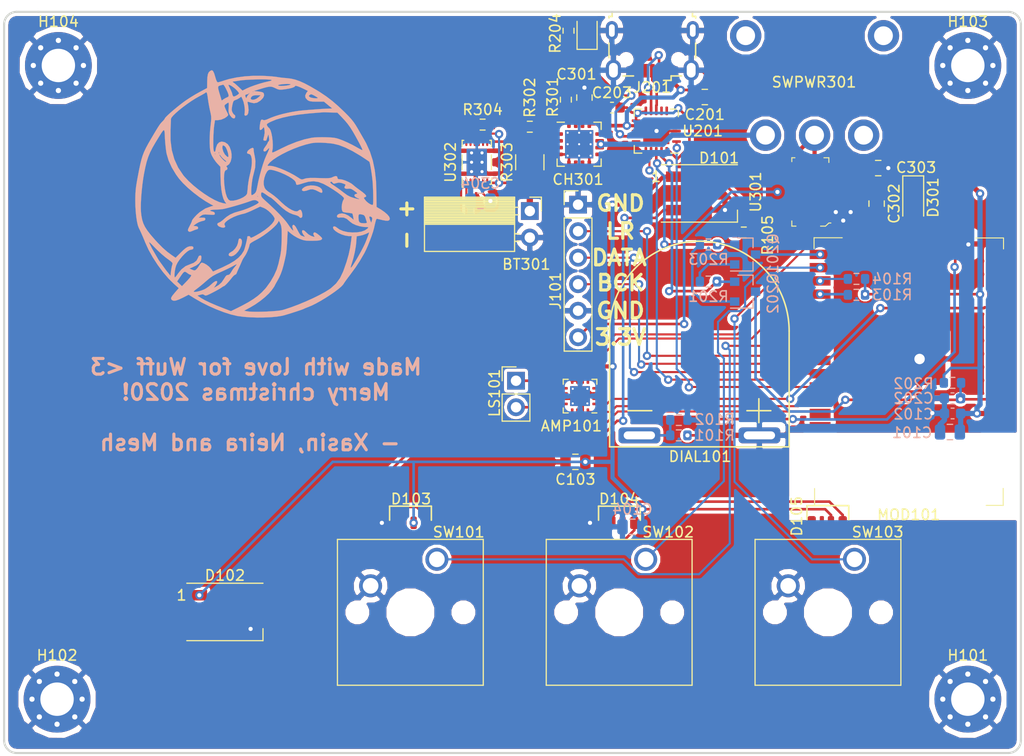
<source format=kicad_pcb>
(kicad_pcb (version 20171130) (host pcbnew 5.0.2+dfsg1-1)
  (layers (0 F.Cu signal) (31 B.Cu signal) (34 B.Paste user) (35 F.Paste user) (36 B.SilkS user) (37 F.SilkS user) (38 B.Mask user) (39 F.Mask user) (44 Edge.Cuts user))
  (net 0 "")
  (net 1 +BATT)
  (net 2 +3V3)
  (net 3 GND)
  (net 4 "Net-(MOD101-Pad17)")
  (net 5 "Net-(MOD101-Pad18)")
  (net 6 "Net-(MOD101-Pad19)")
  (net 7 "Net-(MOD101-Pad20)")
  (net 8 "Net-(MOD101-Pad21)")
  (net 9 "Net-(MOD101-Pad22)")
  (net 10 /BTN_LEDS)
  (net 11 /BTN0_PLAY)
  (net 12 /RESET)
  (net 13 "Net-(MOD101-Pad4)")
  (net 14 "Net-(MOD101-Pad5)")
  (net 15 "Net-(MOD101-Pad6)")
  (net 16 "Net-(MOD101-Pad7)")
  (net 17 "Net-(MOD101-Pad8)")
  (net 18 "Net-(MOD101-Pad9)")
  (net 19 /OUT_DATA)
  (net 20 "Net-(MOD101-Pad11)")
  (net 21 "Net-(MOD101-Pad12)")
  (net 22 "Net-(MOD101-Pad13)")
  (net 23 "Net-(MOD101-Pad14)")
  (net 24 /OUT_BCK)
  (net 25 /OUT_LR)
  (net 26 /E>U)
  (net 27 /U>E)
  (net 28 /MIC_DATA)
  (net 29 "Net-(MOD101-Pad32)")
  (net 30 /MIC_BCK)
  (net 31 /MIC_LR)
  (net 32 /BTN2_STOP)
  (net 33 SCL)
  (net 34 SDA)
  (net 35 /BTN1_REC)
  (net 36 /GPIO0)
  (net 37 "Net-(AMP101-Pad9)")
  (net 38 "Net-(AMP101-Pad10)")
  (net 39 /Power/B_Raw+)
  (net 40 /Power/BSense-)
  (net 41 "Net-(R304-Pad1)")
  (net 42 "Net-(CH301-Pad1)")
  (net 43 "Net-(CH301-Pad16)")
  (net 44 "Net-(DUSB201-Pad2)")
  (net 45 "/USB Con + Prog/USB3.3")
  (net 46 "Net-(Q202-Pad1)")
  (net 47 "/USB Con + Prog/DTR")
  (net 48 "Net-(Q201-Pad1)")
  (net 49 "/USB Con + Prog/RTS")
  (net 50 "Net-(U302-Pad4)")
  (net 51 "Net-(C304-Pad1)")
  (net 52 "Net-(U302-Pad12)")
  (net 53 "Net-(U302-Pad11)")
  (net 54 "Net-(U302-Pad9)")
  (net 55 "Net-(CH301-Pad7)")
  (net 56 "Net-(CH301-Pad9)")
  (net 57 "Net-(CH301-Pad10)")
  (net 58 "Net-(CH301-Pad12)")
  (net 59 "/USB Con + Prog/+5V_USB")
  (net 60 "Net-(CH301-Pad14)")
  (net 61 "Net-(CH301-Pad15)")
  (net 62 "Net-(U201-Pad2)")
  (net 63 "Net-(U201-Pad4)")
  (net 64 "Net-(U201-Pad5)")
  (net 65 "Net-(U201-Pad6)")
  (net 66 "Net-(U201-Pad7)")
  (net 67 "/USB Con + Prog/USB+")
  (net 68 "/USB Con + Prog/USB-")
  (net 69 "Net-(DUSB201-Pad1)")
  (net 70 "Net-(U201-Pad15)")
  (net 71 "Net-(U201-Pad16)")
  (net 72 /SPEAKER_LED)
  (net 73 "Net-(D102-Pad2)")
  (net 74 "Net-(D103-Pad2)")
  (net 75 "Net-(D104-Pad2)")
  (net 76 "Net-(J201-Pad4)")
  (net 77 "Net-(DIAL101-Pad1)")
  (net 78 "Net-(D105-Pad2)")
  (net 79 "Net-(MOD101-Pad23)")
  (net 80 /DIAL_PWM)
  (module XasPrints:DragonIcon_25mm (layer B.Cu) (at 116.586 71.882)
    (fp_text reference SYM101 hide)
    (fp_text value SYM_Earth_Protective_Small hide)
  )
  (module MountingHole:MountingHole_3.2mm_M3_Pad_Via (layer F.Cu) (at 97.409 120.015)
    (fp_text reference H102 (at 0 -4.2) (layer F.SilkS))
    (fp_text value MountingHole_Pad)
    (pad 1 thru_hole circle (at 1.697056 -1.697056) (size 0.8 0.8) (drill 0.5) (layers *.Cu *.Mask) (net 3 GND))
    (pad 1 thru_hole circle (at 0 -2.4) (size 0.8 0.8) (drill 0.5) (layers *.Cu *.Mask) (net 3 GND))
    (pad 1 thru_hole circle (at -1.697056 -1.697056) (size 0.8 0.8) (drill 0.5) (layers *.Cu *.Mask) (net 3 GND))
    (pad 1 thru_hole circle (at -2.4 0) (size 0.8 0.8) (drill 0.5) (layers *.Cu *.Mask) (net 3 GND))
    (pad 1 thru_hole circle (at -1.697056 1.697056) (size 0.8 0.8) (drill 0.5) (layers *.Cu *.Mask) (net 3 GND))
    (pad 1 thru_hole circle (at 0 2.4) (size 0.8 0.8) (drill 0.5) (layers *.Cu *.Mask) (net 3 GND))
    (pad 1 thru_hole circle (at 1.697056 1.697056) (size 0.8 0.8) (drill 0.5) (layers *.Cu *.Mask) (net 3 GND))
    (pad 1 thru_hole circle (at 2.4 0) (size 0.8 0.8) (drill 0.5) (layers *.Cu *.Mask) (net 3 GND))
    (pad 1 thru_hole circle (at 0 0) (size 6.4 6.4) (drill 3.2) (layers *.Cu *.Mask) (net 3 GND))
  )
  (module MountingHole:MountingHole_3.2mm_M3_Pad_Via (layer F.Cu) (at 184.658 59.309)
    (fp_text reference H103 (at 0 -4.2) (layer F.SilkS))
    (fp_text value MountingHole_Pad)
    (pad 1 thru_hole circle (at 0 0) (size 6.4 6.4) (drill 3.2) (layers *.Cu *.Mask) (net 3 GND))
    (pad 1 thru_hole circle (at 2.4 0) (size 0.8 0.8) (drill 0.5) (layers *.Cu *.Mask) (net 3 GND))
    (pad 1 thru_hole circle (at 1.697056 1.697056) (size 0.8 0.8) (drill 0.5) (layers *.Cu *.Mask) (net 3 GND))
    (pad 1 thru_hole circle (at 0 2.4) (size 0.8 0.8) (drill 0.5) (layers *.Cu *.Mask) (net 3 GND))
    (pad 1 thru_hole circle (at -1.697056 1.697056) (size 0.8 0.8) (drill 0.5) (layers *.Cu *.Mask) (net 3 GND))
    (pad 1 thru_hole circle (at -2.4 0) (size 0.8 0.8) (drill 0.5) (layers *.Cu *.Mask) (net 3 GND))
    (pad 1 thru_hole circle (at -1.697056 -1.697056) (size 0.8 0.8) (drill 0.5) (layers *.Cu *.Mask) (net 3 GND))
    (pad 1 thru_hole circle (at 0 -2.4) (size 0.8 0.8) (drill 0.5) (layers *.Cu *.Mask) (net 3 GND))
    (pad 1 thru_hole circle (at 1.697056 -1.697056) (size 0.8 0.8) (drill 0.5) (layers *.Cu *.Mask) (net 3 GND))
  )
  (module MountingHole:MountingHole_3.2mm_M3_Pad_Via (layer F.Cu) (at 184.658 120.015)
    (fp_text reference H101 (at 0 -4.2) (layer F.SilkS))
    (fp_text value MountingHole_Pad)
    (pad 1 thru_hole circle (at 1.697056 -1.697056) (size 0.8 0.8) (drill 0.5) (layers *.Cu *.Mask) (net 3 GND))
    (pad 1 thru_hole circle (at 0 -2.4) (size 0.8 0.8) (drill 0.5) (layers *.Cu *.Mask) (net 3 GND))
    (pad 1 thru_hole circle (at -1.697056 -1.697056) (size 0.8 0.8) (drill 0.5) (layers *.Cu *.Mask) (net 3 GND))
    (pad 1 thru_hole circle (at -2.4 0) (size 0.8 0.8) (drill 0.5) (layers *.Cu *.Mask) (net 3 GND))
    (pad 1 thru_hole circle (at -1.697056 1.697056) (size 0.8 0.8) (drill 0.5) (layers *.Cu *.Mask) (net 3 GND))
    (pad 1 thru_hole circle (at 0 2.4) (size 0.8 0.8) (drill 0.5) (layers *.Cu *.Mask) (net 3 GND))
    (pad 1 thru_hole circle (at 1.697056 1.697056) (size 0.8 0.8) (drill 0.5) (layers *.Cu *.Mask) (net 3 GND))
    (pad 1 thru_hole circle (at 2.4 0) (size 0.8 0.8) (drill 0.5) (layers *.Cu *.Mask) (net 3 GND))
    (pad 1 thru_hole circle (at 0 0) (size 6.4 6.4) (drill 3.2) (layers *.Cu *.Mask) (net 3 GND))
  )
  (module MountingHole:MountingHole_3.2mm_M3_Pad_Via (layer F.Cu) (at 97.536 59.309)
    (fp_text reference H104 (at 0 -4.2) (layer F.SilkS))
    (fp_text value MountingHole_Pad)
    (pad 1 thru_hole circle (at 0 0) (size 6.4 6.4) (drill 3.2) (layers *.Cu *.Mask) (net 3 GND))
    (pad 1 thru_hole circle (at 2.4 0) (size 0.8 0.8) (drill 0.5) (layers *.Cu *.Mask) (net 3 GND))
    (pad 1 thru_hole circle (at 1.697056 1.697056) (size 0.8 0.8) (drill 0.5) (layers *.Cu *.Mask) (net 3 GND))
    (pad 1 thru_hole circle (at 0 2.4) (size 0.8 0.8) (drill 0.5) (layers *.Cu *.Mask) (net 3 GND))
    (pad 1 thru_hole circle (at -1.697056 1.697056) (size 0.8 0.8) (drill 0.5) (layers *.Cu *.Mask) (net 3 GND))
    (pad 1 thru_hole circle (at -2.4 0) (size 0.8 0.8) (drill 0.5) (layers *.Cu *.Mask) (net 3 GND))
    (pad 1 thru_hole circle (at -1.697056 -1.697056) (size 0.8 0.8) (drill 0.5) (layers *.Cu *.Mask) (net 3 GND))
    (pad 1 thru_hole circle (at 0 -2.4) (size 0.8 0.8) (drill 0.5) (layers *.Cu *.Mask) (net 3 GND))
    (pad 1 thru_hole circle (at 1.697056 -1.697056) (size 0.8 0.8) (drill 0.5) (layers *.Cu *.Mask) (net 3 GND))
  )
  (module Resistor_SMD:R_0603_1608Metric (layer F.Cu) (at 163.195 75.311)
    (fp_text reference R105 (at 2.286 0.254 90) (layer F.SilkS))
    (fp_text value 10k)
    (pad 1 smd roundrect (at -0.825 0) (size 0.8 0.95) (layers F.Cu F.Paste F.Mask) (net 72 /SPEAKER_LED))
    (pad 2 smd roundrect (at 0.825 0) (size 0.8 0.95) (layers F.Cu F.Paste F.Mask) (net 79 "Net-(MOD101-Pad23)"))
  )
  (module XasPrints:E-Switch_500_M6_SPDT (layer F.Cu) (at 169.9768 65.9892 180)
    (fp_text reference SWPWR301 (at 0.0508 5.08 180) (layer F.SilkS))
    (fp_text value 500SSP1S1M6QEA)
    (pad -1 thru_hole circle (at -6.6 9.53 180) (size 3 3) (drill 1.8) (layers *.Cu *.Mask))
    (pad -1 thru_hole circle (at 6.6 9.53 180) (size 3 3) (drill 1.8) (layers *.Cu *.Mask))
    (pad 3 thru_hole circle (at -4.7 0 180) (size 3 3) (drill 1.8) (layers *.Cu *.Mask))
    (pad 1 thru_hole circle (at 4.7 0 180) (size 3 3) (drill 1.8) (layers *.Cu *.Mask) (net 57 "Net-(CH301-Pad10)"))
    (pad 2 thru_hole circle (at 0 0 180) (size 3 3) (drill 1.8) (layers *.Cu *.Mask) (net 1 +BATT))
  )
  (module LED_SMD:LED_WS2812B_PLCC4_5.0x5.0mm_P3.2mm (layer F.Cu) (at 113.4872 111.6584)
    (fp_text reference D102 (at 0 -3.5) (layer F.SilkS))
    (fp_text value WS2812B)
    (fp_text user 1 (at -4.15 -1.6) (layer F.SilkS))
    (pad 3 smd rect (at 2.45 1.6) (size 1.5 1) (layers F.Cu F.Paste F.Mask) (net 3 GND))
    (pad 4 smd rect (at 2.45 -1.6) (size 1.5 1) (layers F.Cu F.Paste F.Mask) (net 10 /BTN_LEDS))
    (pad 2 smd rect (at -2.45 1.6) (size 1.5 1) (layers F.Cu F.Paste F.Mask) (net 73 "Net-(D102-Pad2)"))
    (pad 1 smd rect (at -2.45 -1.6) (size 1.5 1) (layers F.Cu F.Paste F.Mask) (net 1 +BATT))
  )
  (module XasPrints:IN-PI42TAS (layer F.Cu) (at 131.2672 103.124)
    (fp_text reference D103 (at 0.0508 -2.286) (layer F.SilkS))
    (fp_text value WS2812B)
    (pad 1 smd roundrect (at 0.3 0) (size 0.6 1.2) (layers F.Cu F.Paste F.Mask) (net 1 +BATT))
    (pad 2 smd roundrect (at -0.575 0) (size 0.4 1.2) (layers F.Cu F.Paste F.Mask) (net 74 "Net-(D103-Pad2)"))
    (pad 4 smd roundrect (at 1.425 0) (size 0.8 1.2) (layers F.Cu F.Paste F.Mask) (net 73 "Net-(D102-Pad2)"))
    (pad 3 smd roundrect (at -1.55 0) (size 0.8 1.2) (layers F.Cu F.Paste F.Mask) (net 3 GND))
  )
  (module XasPrints:IN-PI42TAS (layer F.Cu) (at 151.2824 103.124)
    (fp_text reference D104 (at -0.0254 -2.286) (layer F.SilkS))
    (fp_text value WS2812B)
    (pad 3 smd roundrect (at -1.55 0) (size 0.8 1.2) (layers F.Cu F.Paste F.Mask) (net 3 GND))
    (pad 4 smd roundrect (at 1.425 0) (size 0.8 1.2) (layers F.Cu F.Paste F.Mask) (net 74 "Net-(D103-Pad2)"))
    (pad 2 smd roundrect (at -0.575 0) (size 0.4 1.2) (layers F.Cu F.Paste F.Mask) (net 75 "Net-(D104-Pad2)"))
    (pad 1 smd roundrect (at 0.3 0) (size 0.6 1.2) (layers F.Cu F.Paste F.Mask) (net 1 +BATT))
  )
  (module XasPrints:IN-PI42TAS (layer F.Cu) (at 171.2468 103.0732)
    (fp_text reference D105 (at -2.9718 -0.5842 90) (layer F.SilkS))
    (fp_text value WS2812B)
    (pad 1 smd roundrect (at 0.3 0) (size 0.6 1.2) (layers F.Cu F.Paste F.Mask) (net 1 +BATT))
    (pad 2 smd roundrect (at -0.575 0) (size 0.4 1.2) (layers F.Cu F.Paste F.Mask) (net 78 "Net-(D105-Pad2)"))
    (pad 4 smd roundrect (at 1.425 0) (size 0.8 1.2) (layers F.Cu F.Paste F.Mask) (net 75 "Net-(D104-Pad2)"))
    (pad 3 smd roundrect (at -1.55 0) (size 0.8 1.2) (layers F.Cu F.Paste F.Mask) (net 3 GND))
  )
  (module Resistor_SMD:R_0603_1608Metric (layer B.Cu) (at 156.972 93.2688)
    (fp_text reference R102 (at 3.429 -0.0508) (layer B.SilkS) (effects (justify mirror)))
    (fp_text value R_Small)
    (pad 2 smd roundrect (at 0.825 0) (size 0.8 0.95) (layers B.Cu B.Paste B.Mask) (net 3 GND))
    (pad 1 smd roundrect (at -0.825 0) (size 0.8 0.95) (layers B.Cu B.Paste B.Mask) (net 77 "Net-(DIAL101-Pad1)"))
  )
  (module Resistor_SMD:R_0603_1608Metric (layer B.Cu) (at 156.972 94.742 180)
    (fp_text reference R101 (at -3.429 0 180) (layer B.SilkS) (effects (justify mirror)))
    (fp_text value R_Small)
    (pad 1 smd roundrect (at -0.825 0 180) (size 0.8 0.95) (layers B.Cu B.Paste B.Mask) (net 80 /DIAL_PWM))
    (pad 2 smd roundrect (at 0.825 0 180) (size 0.8 0.95) (layers B.Cu B.Paste B.Mask) (net 77 "Net-(DIAL101-Pad1)"))
  )
  (module Capacitor_SMD:C_0603_1608Metric (layer F.Cu) (at 150.5712 63.3476)
    (fp_text reference C203 (at 0 -1.43) (layer F.SilkS))
    (fp_text value 100nF)
    (pad 1 smd roundrect (at -0.775 0) (size 0.9 0.95) (layers F.Cu F.Paste F.Mask) (net 3 GND))
    (pad 2 smd roundrect (at 0.775 0) (size 0.9 0.95) (layers F.Cu F.Paste F.Mask) (net 45 "/USB Con + Prog/USB3.3"))
  )
  (module Capacitor_SMD:C_0805_2012Metric (layer B.Cu) (at 182.9435 94.4245 180)
    (fp_text reference C101 (at 3.6195 -0.0635 180) (layer B.SilkS) (effects (justify mirror)))
    (fp_text value C)
    (pad 1 smd roundrect (at -0.95 0 180) (size 1 1.45) (layers B.Cu B.Paste B.Mask) (net 2 +3V3))
    (pad 2 smd roundrect (at 0.95 0 180) (size 1 1.45) (layers B.Cu B.Paste B.Mask) (net 3 GND))
  )
  (module Resistor_SMD:R_1210_3225Metric (layer F.Cu) (at 142.6972 68.58 270)
    (fp_text reference R303 (at 0 2.1844 270) (layer F.SilkS))
    (fp_text value 10mΩ)
    (pad 1 smd roundrect (at -1.4625 0 270) (size 1.125 2.65) (layers F.Cu F.Paste F.Mask) (roundrect_rratio 0.222222) (net 39 /Power/B_Raw+))
    (pad 2 smd roundrect (at 1.4625 0 270) (size 1.125 2.65) (layers F.Cu F.Paste F.Mask) (roundrect_rratio 0.222222) (net 40 /Power/BSense-))
  )
  (module Package_DFN_QFN:QFN-16-1EP_3x3mm_P0.5mm_EP1.9x1.9mm_ThermalVias (layer F.Cu) (at 147.5105 90.9828 180)
    (fp_text reference AMP101 (at 0.8255 -2.8702 180) (layer F.SilkS))
    (fp_text value MAX98357A)
    (pad 1 smd roundrect (at -1.5125 -0.75 180) (size 0.675 0.25) (layers F.Cu F.Paste F.Mask) (net 19 /OUT_DATA))
    (pad 2 smd roundrect (at -1.5125 -0.25 180) (size 0.675 0.25) (layers F.Cu F.Paste F.Mask) (net 3 GND))
    (pad 3 smd roundrect (at -1.5125 0.25 180) (size 0.675 0.25) (layers F.Cu F.Paste F.Mask) (net 3 GND))
    (pad 4 smd roundrect (at -1.5125 0.75 180) (size 0.675 0.25) (layers F.Cu F.Paste F.Mask) (net 1 +BATT))
    (pad 5 smd roundrect (at -0.75 1.5125 180) (size 0.25 0.675) (layers F.Cu F.Paste F.Mask))
    (pad 6 smd roundrect (at -0.25 1.5125 180) (size 0.25 0.675) (layers F.Cu F.Paste F.Mask))
    (pad 7 smd roundrect (at 0.25 1.5125 180) (size 0.25 0.675) (layers F.Cu F.Paste F.Mask) (net 1 +BATT))
    (pad 8 smd roundrect (at 0.75 1.5125 180) (size 0.25 0.675) (layers F.Cu F.Paste F.Mask) (net 1 +BATT))
    (pad 9 smd roundrect (at 1.5125 0.75 180) (size 0.675 0.25) (layers F.Cu F.Paste F.Mask) (net 37 "Net-(AMP101-Pad9)"))
    (pad 10 smd roundrect (at 1.5125 0.25 180) (size 0.675 0.25) (layers F.Cu F.Paste F.Mask) (net 38 "Net-(AMP101-Pad10)"))
    (pad 11 smd roundrect (at 1.5125 -0.25 180) (size 0.675 0.25) (layers F.Cu F.Paste F.Mask) (net 3 GND))
    (pad 12 smd roundrect (at 1.5125 -0.75 180) (size 0.675 0.25) (layers F.Cu F.Paste F.Mask))
    (pad 13 smd roundrect (at 0.75 -1.5125 180) (size 0.25 0.675) (layers F.Cu F.Paste F.Mask))
    (pad 14 smd roundrect (at 0.25 -1.5125 180) (size 0.25 0.675) (layers F.Cu F.Paste F.Mask) (net 25 /OUT_LR))
    (pad 15 smd roundrect (at -0.25 -1.5125 180) (size 0.25 0.675) (layers F.Cu F.Paste F.Mask) (net 3 GND))
    (pad 16 smd roundrect (at -0.75 -1.5125 180) (size 0.25 0.675) (layers F.Cu F.Paste F.Mask) (net 24 /OUT_BCK))
    (pad 17 smd rect (at 0 0 180) (size 1.9 1.9) (layers F.Cu F.Mask) (net 3 GND))
    (pad 17 thru_hole circle (at -0.7 -0.7 180) (size 0.5 0.5) (drill 0.2) (layers *.Cu) (net 3 GND))
    (pad 17 thru_hole circle (at 0.7 -0.7 180) (size 0.5 0.5) (drill 0.2) (layers *.Cu) (net 3 GND))
    (pad 17 thru_hole circle (at -0.7 0.7 180) (size 0.5 0.5) (drill 0.2) (layers *.Cu) (net 3 GND))
    (pad 17 thru_hole circle (at 0.7 0.7 180) (size 0.5 0.5) (drill 0.2) (layers *.Cu) (net 3 GND))
    (pad 17 smd rect (at 0 0 180) (size 1.9 1.9) (layers B.Cu) (net 3 GND))
  )
  (module Button_Switch_Keyboard:SW_Cherry_MX_1.00u_PCB (layer F.Cu) (at 173.7995 106.6165)
    (fp_text reference SW103 (at 2.2225 -2.6035) (layer F.SilkS))
    (fp_text value SW_Push)
    (pad 1 thru_hole circle (at 0 0) (size 2.2 2.2) (drill 1.5) (layers *.Cu *.Mask) (net 11 /BTN0_PLAY))
    (pad 2 thru_hole circle (at -6.35 2.54) (size 2.2 2.2) (drill 1.5) (layers *.Cu *.Mask) (net 3 GND))
    (pad "" np_thru_hole circle (at -2.54 5.08) (size 4 4) (drill 4) (layers *.Cu *.Mask))
    (pad "" np_thru_hole circle (at -7.62 5.08) (size 1.7 1.7) (drill 1.7) (layers *.Cu *.Mask))
    (pad "" np_thru_hole circle (at 2.54 5.08) (size 1.7 1.7) (drill 1.7) (layers *.Cu *.Mask))
  )
  (module Button_Switch_Keyboard:SW_Cherry_MX_1.00u_PCB (layer F.Cu) (at 153.797 106.6165)
    (fp_text reference SW102 (at 2.159 -2.6035) (layer F.SilkS))
    (fp_text value SW_Push)
    (pad "" np_thru_hole circle (at 2.54 5.08) (size 1.7 1.7) (drill 1.7) (layers *.Cu *.Mask))
    (pad "" np_thru_hole circle (at -7.62 5.08) (size 1.7 1.7) (drill 1.7) (layers *.Cu *.Mask))
    (pad "" np_thru_hole circle (at -2.54 5.08) (size 4 4) (drill 4) (layers *.Cu *.Mask))
    (pad 2 thru_hole circle (at -6.35 2.54) (size 2.2 2.2) (drill 1.5) (layers *.Cu *.Mask) (net 3 GND))
    (pad 1 thru_hole circle (at 0 0) (size 2.2 2.2) (drill 1.5) (layers *.Cu *.Mask) (net 35 /BTN1_REC))
  )
  (module Button_Switch_Keyboard:SW_Cherry_MX_1.00u_PCB (layer F.Cu) (at 133.7945 106.6165)
    (fp_text reference SW101 (at 2.0955 -2.6035) (layer F.SilkS))
    (fp_text value SW_Push)
    (pad 1 thru_hole circle (at 0 0) (size 2.2 2.2) (drill 1.5) (layers *.Cu *.Mask) (net 32 /BTN2_STOP))
    (pad 2 thru_hole circle (at -6.35 2.54) (size 2.2 2.2) (drill 1.5) (layers *.Cu *.Mask) (net 3 GND))
    (pad "" np_thru_hole circle (at -2.54 5.08) (size 4 4) (drill 4) (layers *.Cu *.Mask))
    (pad "" np_thru_hole circle (at -7.62 5.08) (size 1.7 1.7) (drill 1.7) (layers *.Cu *.Mask))
    (pad "" np_thru_hole circle (at 2.54 5.08) (size 1.7 1.7) (drill 1.7) (layers *.Cu *.Mask))
  )
  (module Capacitor_SMD:C_0603_1608Metric (layer B.Cu) (at 183.1975 92.6465 180)
    (fp_text reference C102 (at 3.7465 -0.0635 180) (layer B.SilkS) (effects (justify mirror)))
    (fp_text value 0.1uF)
    (pad 2 smd roundrect (at 0.775 0 180) (size 0.9 0.95) (layers B.Cu B.Paste B.Mask) (net 3 GND))
    (pad 1 smd roundrect (at -0.775 0 180) (size 0.9 0.95) (layers B.Cu B.Paste B.Mask) (net 2 +3V3))
  )
  (module Capacitor_SMD:C_0603_1608Metric (layer B.Cu) (at 183.1848 91.186 180)
    (fp_text reference C202 (at 3.7338 0 180) (layer B.SilkS) (effects (justify mirror)))
    (fp_text value 100nF)
    (pad 1 smd roundrect (at -0.775 0 180) (size 0.9 0.95) (layers B.Cu B.Paste B.Mask) (net 12 /RESET))
    (pad 2 smd roundrect (at 0.775 0 180) (size 0.9 0.95) (layers B.Cu B.Paste B.Mask) (net 3 GND))
  )
  (module Capacitor_SMD:C_0805_2012Metric (layer B.Cu) (at 152.527 103.505 180)
    (fp_text reference C104 (at 0 1.68 180) (layer B.SilkS) (effects (justify mirror)))
    (fp_text value 1uF)
    (pad 2 smd roundrect (at 0.95 0 180) (size 1 1.45) (layers B.Cu B.Paste B.Mask) (net 3 GND))
    (pad 1 smd roundrect (at -0.95 0 180) (size 1 1.45) (layers B.Cu B.Paste B.Mask) (net 1 +BATT))
  )
  (module Capacitor_SMD:C_0805_2012Metric (layer F.Cu) (at 147.066 97.282 180)
    (fp_text reference C103 (at 0 -1.68 180) (layer F.SilkS))
    (fp_text value C)
    (pad 1 smd roundrect (at -0.95 0 180) (size 1 1.45) (layers F.Cu F.Paste F.Mask) (net 1 +BATT))
    (pad 2 smd roundrect (at 0.95 0 180) (size 1 1.45) (layers F.Cu F.Paste F.Mask) (net 3 GND))
  )
  (module Capacitor_SMD:C_0805_2012Metric (layer F.Cu) (at 159.4612 62.3316 180)
    (fp_text reference C201 (at 0 -1.68 180) (layer F.SilkS))
    (fp_text value 10uF)
    (pad 2 smd roundrect (at 0.95 0 180) (size 1 1.45) (layers F.Cu F.Paste F.Mask) (net 59 "/USB Con + Prog/+5V_USB"))
    (pad 1 smd roundrect (at -0.95 0 180) (size 1 1.45) (layers F.Cu F.Paste F.Mask) (net 3 GND))
  )
  (module Capacitor_SMD:C_0805_2012Metric (layer F.Cu) (at 147.9296 62.3824 90)
    (fp_text reference C301 (at 2.2352 -0.762 180) (layer F.SilkS))
    (fp_text value 1uF)
    (pad 2 smd roundrect (at 0.95 0 90) (size 1 1.45) (layers F.Cu F.Paste F.Mask) (net 3 GND))
    (pad 1 smd roundrect (at -0.95 0 90) (size 1 1.45) (layers F.Cu F.Paste F.Mask) (net 59 "/USB Con + Prog/+5V_USB"))
  )
  (module Capacitor_SMD:C_0805_2012Metric (layer F.Cu) (at 176.0728 69.1388)
    (fp_text reference C303 (at 3.6322 -0.0508) (layer F.SilkS))
    (fp_text value 1uF)
    (pad 1 smd roundrect (at -0.95 0) (size 1 1.45) (layers F.Cu F.Paste F.Mask) (net 1 +BATT))
    (pad 2 smd roundrect (at 0.95 0) (size 1 1.45) (layers F.Cu F.Paste F.Mask) (net 3 GND))
  )
  (module Capacitor_SMD:C_0805_2012Metric (layer B.Cu) (at 137.9728 72.2884 180)
    (fp_text reference C304 (at 0 1.68 180) (layer B.SilkS) (effects (justify mirror)))
    (fp_text value 0.47uF)
    (pad 2 smd roundrect (at 0.95 0 180) (size 1 1.45) (layers B.Cu B.Paste B.Mask) (net 3 GND))
    (pad 1 smd roundrect (at -0.95 0 180) (size 1 1.45) (layers B.Cu B.Paste B.Mask) (net 51 "Net-(C304-Pad1)"))
  )
  (module Capacitor_SMD:C_0805_2012Metric (layer F.Cu) (at 175.9204 72.5424 270)
    (fp_text reference C302 (at 0 -1.679999 270) (layer F.SilkS))
    (fp_text value 10uF)
    (pad 1 smd roundrect (at -0.95 0 270) (size 1 1.45) (layers F.Cu F.Paste F.Mask) (net 2 +3V3))
    (pad 2 smd roundrect (at 0.95 0 270) (size 1 1.45) (layers F.Cu F.Paste F.Mask) (net 3 GND))
  )
  (module Connector_PinHeader_2.54mm:PinHeader_1x02_P2.54mm_Vertical (layer F.Cu) (at 141.3764 89.5096)
    (fp_text reference LS101 (at -2.0574 1.1684 90) (layer F.SilkS))
    (fp_text value Speaker)
    (pad 1 thru_hole rect (at 0 0) (size 1.7 1.7) (drill 1) (layers *.Cu *.Mask) (net 37 "Net-(AMP101-Pad9)"))
    (pad 2 thru_hole oval (at 0 2.54) (size 1.7 1.7) (drill 1) (layers *.Cu *.Mask) (net 38 "Net-(AMP101-Pad10)"))
  )
  (module Connector_PinHeader_2.54mm:PinHeader_1x06_P2.54mm_Vertical (layer F.Cu) (at 147.32 72.644)
    (fp_text reference J101 (at -2.159 8.255 90) (layer F.SilkS))
    (fp_text value Conn_01x06_Female)
    (pad 1 thru_hole rect (at 0 0) (size 1.7 1.7) (drill 1) (layers *.Cu *.Mask) (net 3 GND))
    (pad 2 thru_hole oval (at 0 2.54) (size 1.7 1.7) (drill 1) (layers *.Cu *.Mask) (net 31 /MIC_LR))
    (pad 3 thru_hole oval (at 0 5.08) (size 1.7 1.7) (drill 1) (layers *.Cu *.Mask) (net 28 /MIC_DATA))
    (pad 4 thru_hole oval (at 0 7.62) (size 1.7 1.7) (drill 1) (layers *.Cu *.Mask) (net 30 /MIC_BCK))
    (pad 5 thru_hole oval (at 0 10.16) (size 1.7 1.7) (drill 1) (layers *.Cu *.Mask) (net 3 GND))
    (pad 6 thru_hole oval (at 0 12.7) (size 1.7 1.7) (drill 1) (layers *.Cu *.Mask) (net 2 +3V3))
  )
  (module Connector_PinSocket_2.54mm:PinSocket_1x02_P2.54mm_Horizontal (layer F.Cu) (at 142.6972 73.2536)
    (fp_text reference BT301 (at -0.3302 5.1054) (layer F.SilkS))
    (fp_text value Battery_Cell)
    (pad 1 thru_hole rect (at 0 0) (size 1.7 1.7) (drill 1) (layers *.Cu *.Mask) (net 40 /Power/BSense-))
    (pad 2 thru_hole oval (at 0 2.54) (size 1.7 1.7) (drill 1) (layers *.Cu *.Mask) (net 3 GND))
  )
  (module Connector_USB:USB_Micro-B_Wuerth_629105150521 (layer F.Cu) (at 154.432 57.912 180)
    (fp_text reference J201 (at 0 -3.5 180) (layer F.SilkS))
    (fp_text value USB_B_Micro)
    (pad 1 smd rect (at -1.3 -1.9 180) (size 0.45 1.3) (layers F.Cu F.Paste F.Mask) (net 59 "/USB Con + Prog/+5V_USB"))
    (pad 2 smd rect (at -0.65 -1.9 180) (size 0.45 1.3) (layers F.Cu F.Paste F.Mask) (net 68 "/USB Con + Prog/USB-"))
    (pad 3 smd rect (at 0 -1.9 180) (size 0.45 1.3) (layers F.Cu F.Paste F.Mask) (net 67 "/USB Con + Prog/USB+"))
    (pad 4 smd rect (at 0.65 -1.9 180) (size 0.45 1.3) (layers F.Cu F.Paste F.Mask) (net 76 "Net-(J201-Pad4)"))
    (pad 5 smd rect (at 1.3 -1.9 180) (size 0.45 1.3) (layers F.Cu F.Paste F.Mask) (net 3 GND))
    (pad 6 thru_hole oval (at -3.725 -1.85 180) (size 1.45 2) (drill oval 0.85 1.4) (layers *.Cu *.Mask) (net 3 GND))
    (pad 6 thru_hole oval (at 3.725 -1.85 180) (size 1.45 2) (drill oval 0.85 1.4) (layers *.Cu *.Mask) (net 3 GND))
    (pad 6 thru_hole oval (at -3.875 1.95 180) (size 1.15 1.8) (drill oval 0.55 1.2) (layers *.Cu *.Mask) (net 3 GND))
    (pad 6 thru_hole oval (at 3.875 1.95 180) (size 1.15 1.8) (drill oval 0.55 1.2) (layers *.Cu *.Mask) (net 3 GND))
    (pad "" np_thru_hole oval (at -2.5 -0.8 180) (size 0.8 0.8) (drill 0.8) (layers *.Cu *.Mask))
    (pad "" np_thru_hole oval (at 2.5 -0.8 180) (size 0.8 0.8) (drill 0.8) (layers *.Cu *.Mask))
  )
  (module Diode_SMD:D_SOD-123F (layer F.Cu) (at 179.4256 72.0852 270)
    (fp_text reference D301 (at -0.127 -1.905 270) (layer F.SilkS))
    (fp_text value D_Zener_ALT)
    (pad 1 smd rect (at -1.4 0 270) (size 1.1 1.1) (layers F.Cu F.Paste F.Mask) (net 2 +3V3))
    (pad 2 smd rect (at 1.4 0 270) (size 1.1 1.1) (layers F.Cu F.Paste F.Mask) (net 3 GND))
  )
  (module LED_SMD:LED_0805_2012Metric (layer F.Cu) (at 148.1836 56.0832 90)
    (fp_text reference DUSB201 hide)
    (fp_text value LED)
    (pad 1 smd roundrect (at -0.9375 0 90) (size 0.975 1.4) (layers F.Cu F.Paste F.Mask) (net 69 "Net-(DUSB201-Pad1)"))
    (pad 2 smd roundrect (at 0.9375 0 90) (size 0.975 1.4) (layers F.Cu F.Paste F.Mask) (net 44 "Net-(DUSB201-Pad2)"))
  )
  (module LED_SMD:LED_WS2812B_PLCC4_5.0x5.0mm_P3.2mm (layer F.Cu) (at 158.9405 71.5645)
    (fp_text reference D101 (at 1.8923 -3.3909) (layer F.SilkS))
    (fp_text value WS2812B)
    (fp_text user 1 (at -4.15 -1.6) (layer F.SilkS))
    (pad 3 smd rect (at 2.45 1.6) (size 1.5 1) (layers F.Cu F.Paste F.Mask) (net 3 GND))
    (pad 4 smd rect (at 2.45 -1.6) (size 1.5 1) (layers F.Cu F.Paste F.Mask) (net 72 /SPEAKER_LED))
    (pad 2 smd rect (at -2.45 1.6) (size 1.5 1) (layers F.Cu F.Paste F.Mask) (net 10 /BTN_LEDS))
    (pad 1 smd rect (at -2.45 -1.6) (size 1.5 1) (layers F.Cu F.Paste F.Mask) (net 1 +BATT))
  )
  (module Package_DFN_QFN:QFN-20-1EP_4x4mm_P0.5mm_EP2.5x2.5mm (layer F.Cu) (at 154.813 65.5955 180)
    (fp_text reference U201 (at -4.445 0.0127 180) (layer F.SilkS))
    (fp_text value FT231XQ)
    (pad 1 smd roundrect (at -1.9375 -1 180) (size 0.825 0.25) (layers F.Cu F.Paste F.Mask) (net 26 /E>U))
    (pad 2 smd roundrect (at -1.9375 -0.5 180) (size 0.825 0.25) (layers F.Cu F.Paste F.Mask) (net 62 "Net-(U201-Pad2)"))
    (pad 3 smd roundrect (at -1.9375 0 180) (size 0.825 0.25) (layers F.Cu F.Paste F.Mask) (net 3 GND))
    (pad 4 smd roundrect (at -1.9375 0.5 180) (size 0.825 0.25) (layers F.Cu F.Paste F.Mask) (net 63 "Net-(U201-Pad4)"))
    (pad 5 smd roundrect (at -1.9375 1 180) (size 0.825 0.25) (layers F.Cu F.Paste F.Mask) (net 64 "Net-(U201-Pad5)"))
    (pad 6 smd roundrect (at -1 1.9375 180) (size 0.25 0.825) (layers F.Cu F.Paste F.Mask) (net 65 "Net-(U201-Pad6)"))
    (pad 7 smd roundrect (at -0.5 1.9375 180) (size 0.25 0.825) (layers F.Cu F.Paste F.Mask) (net 66 "Net-(U201-Pad7)"))
    (pad 8 smd roundrect (at 0 1.9375 180) (size 0.25 0.825) (layers F.Cu F.Paste F.Mask) (net 67 "/USB Con + Prog/USB+"))
    (pad 9 smd roundrect (at 0.5 1.9375 180) (size 0.25 0.825) (layers F.Cu F.Paste F.Mask) (net 68 "/USB Con + Prog/USB-"))
    (pad 10 smd roundrect (at 1 1.9375 180) (size 0.25 0.825) (layers F.Cu F.Paste F.Mask) (net 45 "/USB Con + Prog/USB3.3"))
    (pad 11 smd roundrect (at 1.9375 1 180) (size 0.825 0.25) (layers F.Cu F.Paste F.Mask) (net 45 "/USB Con + Prog/USB3.3"))
    (pad 12 smd roundrect (at 1.9375 0.5 180) (size 0.825 0.25) (layers F.Cu F.Paste F.Mask) (net 59 "/USB Con + Prog/+5V_USB"))
    (pad 13 smd roundrect (at 1.9375 0 180) (size 0.825 0.25) (layers F.Cu F.Paste F.Mask) (net 3 GND))
    (pad 14 smd roundrect (at 1.9375 -0.5 180) (size 0.825 0.25) (layers F.Cu F.Paste F.Mask) (net 69 "Net-(DUSB201-Pad1)"))
    (pad 15 smd roundrect (at 1.9375 -1 180) (size 0.825 0.25) (layers F.Cu F.Paste F.Mask) (net 70 "Net-(U201-Pad15)"))
    (pad 16 smd roundrect (at 1 -1.9375 180) (size 0.25 0.825) (layers F.Cu F.Paste F.Mask) (net 71 "Net-(U201-Pad16)"))
    (pad 17 smd roundrect (at 0.5 -1.9375 180) (size 0.25 0.825) (layers F.Cu F.Paste F.Mask) (net 27 /U>E))
    (pad 18 smd roundrect (at 0 -1.9375 180) (size 0.25 0.825) (layers F.Cu F.Paste F.Mask) (net 47 "/USB Con + Prog/DTR"))
    (pad 19 smd roundrect (at -0.5 -1.9375 180) (size 0.25 0.825) (layers F.Cu F.Paste F.Mask) (net 49 "/USB Con + Prog/RTS"))
    (pad 20 smd roundrect (at -1 -1.9375 180) (size 0.25 0.825) (layers F.Cu F.Paste F.Mask) (net 45 "/USB Con + Prog/USB3.3"))
    (pad 21 smd rect (at 0 0 180) (size 2.5 2.5) (layers F.Cu F.Mask) (net 3 GND))
  )
  (module Package_DFN_QFN:Texas_S-PVQFN-N16_EP2.7x2.7mm_ThermalVias (layer F.Cu) (at 147.4216 66.8528)
    (fp_text reference CH301 (at -0.1016 3.3782 180) (layer F.SilkS))
    (fp_text value BQ24232)
    (pad 1 smd roundrect (at -1.9625 -0.975) (size 0.825 0.35) (layers F.Cu F.Paste F.Mask) (net 42 "Net-(CH301-Pad1)"))
    (pad 2 smd roundrect (at -1.9625 -0.325) (size 0.825 0.35) (layers F.Cu F.Paste F.Mask) (net 39 /Power/B_Raw+))
    (pad 3 smd roundrect (at -1.9625 0.325) (size 0.825 0.35) (layers F.Cu F.Paste F.Mask) (net 39 /Power/B_Raw+))
    (pad 4 smd roundrect (at -1.9625 0.975) (size 0.825 0.35) (layers F.Cu F.Paste F.Mask) (net 3 GND))
    (pad 5 smd roundrect (at -0.975 1.9625) (size 0.35 0.825) (layers F.Cu F.Paste F.Mask) (net 3 GND))
    (pad 6 smd roundrect (at -0.325 1.9625) (size 0.35 0.825) (layers F.Cu F.Paste F.Mask) (net 3 GND))
    (pad 7 smd roundrect (at 0.325 1.9625) (size 0.35 0.825) (layers F.Cu F.Paste F.Mask) (net 55 "Net-(CH301-Pad7)"))
    (pad 8 smd roundrect (at 0.975 1.9625) (size 0.35 0.825) (layers F.Cu F.Paste F.Mask) (net 3 GND))
    (pad 9 smd roundrect (at 1.9625 0.975) (size 0.825 0.35) (layers F.Cu F.Paste F.Mask) (net 56 "Net-(CH301-Pad9)"))
    (pad 10 smd roundrect (at 1.9625 0.325) (size 0.825 0.35) (layers F.Cu F.Paste F.Mask) (net 57 "Net-(CH301-Pad10)"))
    (pad 11 smd roundrect (at 1.9625 -0.325) (size 0.825 0.35) (layers F.Cu F.Paste F.Mask) (net 57 "Net-(CH301-Pad10)"))
    (pad 12 smd roundrect (at 1.9625 -0.975) (size 0.825 0.35) (layers F.Cu F.Paste F.Mask) (net 58 "Net-(CH301-Pad12)"))
    (pad 13 smd roundrect (at 0.975 -1.9625) (size 0.35 0.825) (layers F.Cu F.Paste F.Mask) (net 59 "/USB Con + Prog/+5V_USB"))
    (pad 14 smd roundrect (at 0.325 -1.9625) (size 0.35 0.825) (layers F.Cu F.Paste F.Mask) (net 60 "Net-(CH301-Pad14)"))
    (pad 15 smd roundrect (at -0.325 -1.9625) (size 0.35 0.825) (layers F.Cu F.Paste F.Mask) (net 61 "Net-(CH301-Pad15)"))
    (pad 16 smd roundrect (at -0.975 -1.9625) (size 0.35 0.825) (layers F.Cu F.Paste F.Mask) (net 43 "Net-(CH301-Pad16)"))
    (pad 17 smd rect (at 0 0) (size 2.7 2.7) (layers F.Cu F.Mask) (net 3 GND))
    (pad 17 thru_hole circle (at -1.1 -1.1) (size 0.5 0.5) (drill 0.2) (layers *.Cu) (net 3 GND))
    (pad 17 thru_hole circle (at 0 -1.1) (size 0.5 0.5) (drill 0.2) (layers *.Cu) (net 3 GND))
    (pad 17 thru_hole circle (at 1.1 -1.1) (size 0.5 0.5) (drill 0.2) (layers *.Cu) (net 3 GND))
    (pad 17 thru_hole circle (at -1.1 0) (size 0.5 0.5) (drill 0.2) (layers *.Cu) (net 3 GND))
    (pad 17 thru_hole circle (at 0 0) (size 0.5 0.5) (drill 0.2) (layers *.Cu) (net 3 GND))
    (pad 17 thru_hole circle (at 1.1 0) (size 0.5 0.5) (drill 0.2) (layers *.Cu) (net 3 GND))
    (pad 17 thru_hole circle (at -1.1 1.1) (size 0.5 0.5) (drill 0.2) (layers *.Cu) (net 3 GND))
    (pad 17 thru_hole circle (at 0 1.1) (size 0.5 0.5) (drill 0.2) (layers *.Cu) (net 3 GND))
    (pad 17 thru_hole circle (at 1.1 1.1) (size 0.5 0.5) (drill 0.2) (layers *.Cu) (net 3 GND))
    (pad 17 smd rect (at 0 0) (size 2.7 2.7) (layers B.Cu) (net 3 GND))
  )
  (module Package_SON:Texas_S-PDSO-N12 (layer F.Cu) (at 137.6172 68.58 90)
    (fp_text reference U302 (at -0.000701 -2.517393 90) (layer F.SilkS))
    (fp_text value BQ27441-G1)
    (pad 13 smd rect (at 0 0) (size 1.95 2.6) (layers F.Cu F.Mask) (net 3 GND))
    (pad 13 smd rect (at -1.1 1.3125) (size 0.675 0.4) (layers F.Cu F.Mask) (net 3 GND))
    (pad 13 smd rect (at 1.1 1.3125) (size 0.675 0.4) (layers F.Cu F.Mask) (net 3 GND))
    (pad 13 smd rect (at 1.1 -1.3125) (size 0.675 0.4) (layers F.Cu F.Mask) (net 3 GND))
    (pad 13 smd rect (at -1.1 -1.3125) (size 0.675 0.4) (layers F.Cu F.Mask) (net 3 GND))
    (pad 3 smd rect (at -2.3 -0.2 90) (size 0.2 0.2) (layers F.Cu F.Paste F.Mask) (net 3 GND))
    (pad 3 smd oval (at -1.975 -0.2 90) (size 0.85 0.2) (layers F.Cu F.Paste F.Mask) (net 3 GND))
    (pad 2 smd oval (at -1.975 -0.6 90) (size 0.85 0.2) (layers F.Cu F.Paste F.Mask) (net 33 SCL))
    (pad 1 smd oval (at -1.975 -1 90) (size 0.85 0.2) (layers F.Cu F.Paste F.Mask) (net 34 SDA))
    (pad 4 smd oval (at -1.975 0.2 90) (size 0.85 0.2) (layers F.Cu F.Paste F.Mask) (net 50 "Net-(U302-Pad4)"))
    (pad 5 smd oval (at -1.975 0.6 90) (size 0.85 0.2) (layers F.Cu F.Paste F.Mask) (net 51 "Net-(C304-Pad1)"))
    (pad 6 smd oval (at -1.975 1 90) (size 0.85 0.2) (layers F.Cu F.Paste F.Mask) (net 40 /Power/BSense-))
    (pad 12 smd oval (at 1.975 -1 90) (size 0.85 0.2) (layers F.Cu F.Paste F.Mask) (net 52 "Net-(U302-Pad12)"))
    (pad 11 smd oval (at 1.975 -0.6 90) (size 0.85 0.2) (layers F.Cu F.Paste F.Mask) (net 53 "Net-(U302-Pad11)"))
    (pad 10 smd oval (at 1.975 -0.2 90) (size 0.85 0.2) (layers F.Cu F.Paste F.Mask) (net 41 "Net-(R304-Pad1)"))
    (pad 9 smd oval (at 1.975 0.2 90) (size 0.85 0.2) (layers F.Cu F.Paste F.Mask) (net 54 "Net-(U302-Pad9)"))
    (pad 8 smd oval (at 1.975 0.6 90) (size 0.85 0.2) (layers F.Cu F.Paste F.Mask) (net 40 /Power/BSense-))
    (pad 7 smd oval (at 1.975 1 90) (size 0.85 0.2) (layers F.Cu F.Paste F.Mask) (net 39 /Power/B_Raw+))
    (pad 4 smd rect (at -2.3 0.2 90) (size 0.2 0.2) (layers F.Cu F.Paste F.Mask) (net 50 "Net-(U302-Pad4)"))
    (pad 5 smd rect (at -2.3 0.6 90) (size 0.2 0.2) (layers F.Cu F.Paste F.Mask) (net 51 "Net-(C304-Pad1)"))
    (pad 6 smd rect (at -2.3 1 90) (size 0.2 0.2) (layers F.Cu F.Paste F.Mask) (net 40 /Power/BSense-))
    (pad 2 smd rect (at -2.3 -0.6 90) (size 0.2 0.2) (layers F.Cu F.Paste F.Mask) (net 33 SCL))
    (pad 1 smd rect (at -2.3 -1 90) (size 0.2 0.2) (layers F.Cu F.Paste F.Mask) (net 34 SDA))
    (pad 12 smd rect (at 2.3 -1 90) (size 0.2 0.2) (layers F.Cu F.Paste F.Mask) (net 52 "Net-(U302-Pad12)"))
    (pad 11 smd rect (at 2.3 -0.6 90) (size 0.2 0.2) (layers F.Cu F.Paste F.Mask) (net 53 "Net-(U302-Pad11)"))
    (pad 10 smd rect (at 2.3 -0.2 90) (size 0.2 0.2) (layers F.Cu F.Paste F.Mask) (net 41 "Net-(R304-Pad1)"))
    (pad 9 smd rect (at 2.3 0.2 90) (size 0.2 0.2) (layers F.Cu F.Paste F.Mask) (net 54 "Net-(U302-Pad9)"))
    (pad 8 smd rect (at 2.3 0.6 90) (size 0.2 0.2) (layers F.Cu F.Paste F.Mask) (net 40 /Power/BSense-))
    (pad 7 smd rect (at 2.3 1 90) (size 0.2 0.2) (layers F.Cu F.Paste F.Mask) (net 39 /Power/B_Raw+))
    (pad 13 thru_hole circle (at -0.9 0.5 90) (size 0.6 0.6) (drill 0.3) (layers *.Cu) (net 3 GND))
    (pad 13 thru_hole circle (at 0.9 0.5 90) (size 0.6 0.6) (drill 0.3) (layers *.Cu) (net 3 GND))
    (pad 13 thru_hole circle (at 0.9 -0.5 90) (size 0.6 0.6) (drill 0.3) (layers *.Cu) (net 3 GND))
    (pad 13 thru_hole circle (at -0.9 -0.5 90) (size 0.6 0.6) (drill 0.3) (layers *.Cu) (net 3 GND))
    (pad 13 thru_hole circle (at 0 -0.5 90) (size 0.6 0.6) (drill 0.3) (layers *.Cu) (net 3 GND))
    (pad 13 thru_hole circle (at 0 0.5 90) (size 0.6 0.6) (drill 0.3) (layers *.Cu) (net 3 GND))
    (pad 13 smd rect (at 0 0) (size 1.95 2.6) (layers B.Cu F.Mask) (net 3 GND))
    (pad 13 smd rect (at 0.65 -0.4875 180) (size 0.975 1.3) (layers F.Cu F.Paste) (net 3 GND))
    (pad 13 smd rect (at -0.65 -0.4875 180) (size 0.975 1.3) (layers F.Cu F.Paste) (net 3 GND))
    (pad 13 smd rect (at -0.65 0.4875 180) (size 0.975 1.3) (layers F.Cu F.Paste) (net 3 GND))
    (pad 13 smd rect (at 0.65 0.4875 180) (size 0.975 1.3) (layers F.Cu F.Paste) (net 3 GND))
    (pad 13 smd rect (at 1.1 1.365) (size 0.575 0.4) (layers F.Cu F.Paste F.Mask) (net 3 GND))
    (pad 13 smd rect (at 1.1 -1.365) (size 0.575 0.4) (layers F.Cu F.Paste F.Mask) (net 3 GND))
    (pad 13 smd rect (at -1.1 -1.365) (size 0.575 0.4) (layers F.Cu F.Paste F.Mask) (net 3 GND))
    (pad 13 smd rect (at -1.1 1.365) (size 0.575 0.4) (layers F.Cu F.Paste F.Mask) (net 3 GND))
  )
  (module Package_TO_SOT_SMD:SOT-23 (layer B.Cu) (at 163.322 80.9752)
    (fp_text reference Q202 (at 2.667 0.1778 90) (layer B.SilkS) (effects (justify mirror)))
    (fp_text value Q_NPN_BEC)
    (pad 3 smd rect (at 1 0) (size 0.9 0.8) (layers B.Cu B.Paste B.Mask) (net 12 /RESET))
    (pad 2 smd rect (at -1 -0.95) (size 0.9 0.8) (layers B.Cu B.Paste B.Mask) (net 49 "/USB Con + Prog/RTS"))
    (pad 1 smd rect (at -1 0.95) (size 0.9 0.8) (layers B.Cu B.Paste B.Mask) (net 46 "Net-(Q202-Pad1)"))
  )
  (module Package_TO_SOT_SMD:SOT-23 (layer B.Cu) (at 163.322 77.4192)
    (fp_text reference Q201 (at 2.667 -0.0762 90) (layer B.SilkS) (effects (justify mirror)))
    (fp_text value Q_NPN_BEC)
    (pad 1 smd rect (at -1 0.95) (size 0.9 0.8) (layers B.Cu B.Paste B.Mask) (net 48 "Net-(Q201-Pad1)"))
    (pad 2 smd rect (at -1 -0.95) (size 0.9 0.8) (layers B.Cu B.Paste B.Mask) (net 47 "/USB Con + Prog/DTR"))
    (pad 3 smd rect (at 1 0) (size 0.9 0.8) (layers B.Cu B.Paste B.Mask) (net 36 /GPIO0))
  )
  (module Resistor_SMD:R_0603_1608Metric (layer B.Cu) (at 173.99 81.28 180)
    (fp_text reference R103 (at -3.429 0 180) (layer B.SilkS) (effects (justify mirror)))
    (fp_text value 10k)
    (pad 1 smd roundrect (at -0.825 0 180) (size 0.8 0.95) (layers B.Cu B.Paste B.Mask) (net 2 +3V3))
    (pad 2 smd roundrect (at 0.825 0 180) (size 0.8 0.95) (layers B.Cu B.Paste B.Mask) (net 34 SDA))
  )
  (module Resistor_SMD:R_0603_1608Metric (layer B.Cu) (at 173.99 79.756 180)
    (fp_text reference R104 (at -3.429 0 180) (layer B.SilkS) (effects (justify mirror)))
    (fp_text value 10k)
    (pad 2 smd roundrect (at 0.825 0 180) (size 0.8 0.95) (layers B.Cu B.Paste B.Mask) (net 33 SCL))
    (pad 1 smd roundrect (at -0.825 0 180) (size 0.8 0.95) (layers B.Cu B.Paste B.Mask) (net 2 +3V3))
  )
  (module Resistor_SMD:R_0603_1608Metric (layer B.Cu) (at 159.8168 80.01)
    (fp_text reference R201 (at 0 1.43) (layer B.SilkS) (effects (justify mirror)))
    (fp_text value 10k)
    (pad 1 smd roundrect (at -0.825 0) (size 0.8 0.95) (layers B.Cu B.Paste B.Mask) (net 48 "Net-(Q201-Pad1)"))
    (pad 2 smd roundrect (at 0.825 0) (size 0.8 0.95) (layers B.Cu B.Paste B.Mask) (net 49 "/USB Con + Prog/RTS"))
  )
  (module Resistor_SMD:R_0603_1608Metric (layer B.Cu) (at 183.1848 89.7128)
    (fp_text reference R202 (at -3.7338 0.0762) (layer B.SilkS) (effects (justify mirror)))
    (fp_text value R_Small)
    (pad 2 smd roundrect (at 0.825 0) (size 0.8 0.95) (layers B.Cu B.Paste B.Mask) (net 12 /RESET))
    (pad 1 smd roundrect (at -0.825 0) (size 0.8 0.95) (layers B.Cu B.Paste B.Mask) (net 2 +3V3))
  )
  (module Resistor_SMD:R_0603_1608Metric (layer B.Cu) (at 159.8168 76.454)
    (fp_text reference R203 (at 0 1.43) (layer B.SilkS) (effects (justify mirror)))
    (fp_text value 10k)
    (pad 1 smd roundrect (at -0.825 0) (size 0.8 0.95) (layers B.Cu B.Paste B.Mask) (net 46 "Net-(Q202-Pad1)"))
    (pad 2 smd roundrect (at 0.825 0) (size 0.8 0.95) (layers B.Cu B.Paste B.Mask) (net 47 "/USB Con + Prog/DTR"))
  )
  (module Resistor_SMD:R_0603_1608Metric (layer F.Cu) (at 146.4056 55.9816 90)
    (fp_text reference R204 (at -0.254 -1.27 90) (layer F.SilkS))
    (fp_text value 220)
    (pad 2 smd roundrect (at 0.825 0 90) (size 0.8 0.95) (layers F.Cu F.Paste F.Mask) (net 44 "Net-(DUSB201-Pad2)"))
    (pad 1 smd roundrect (at -0.825 0 90) (size 0.8 0.95) (layers F.Cu F.Paste F.Mask) (net 45 "/USB Con + Prog/USB3.3"))
  )
  (module Resistor_SMD:R_0603_1608Metric (layer F.Cu) (at 146.1516 62.5856 90)
    (fp_text reference R301 (at 0.254 -1.27 90) (layer F.SilkS))
    (fp_text value R_Small)
    (pad 1 smd roundrect (at -0.825 0 90) (size 0.8 0.95) (layers F.Cu F.Paste F.Mask) (net 43 "Net-(CH301-Pad16)"))
    (pad 2 smd roundrect (at 0.825 0 90) (size 0.8 0.95) (layers F.Cu F.Paste F.Mask) (net 3 GND))
  )
  (module Resistor_SMD:R_0603_1608Metric (layer F.Cu) (at 142.6972 65.1764 180)
    (fp_text reference R302 (at 0 2.794 270) (layer F.SilkS))
    (fp_text value 10k)
    (pad 2 smd roundrect (at 0.825 0 180) (size 0.8 0.95) (layers F.Cu F.Paste F.Mask) (net 3 GND))
    (pad 1 smd roundrect (at -0.825 0 180) (size 0.8 0.95) (layers F.Cu F.Paste F.Mask) (net 42 "Net-(CH301-Pad1)"))
  )
  (module Resistor_SMD:R_0603_1608Metric (layer F.Cu) (at 138.176 64.9732)
    (fp_text reference R304 (at 0 -1.43) (layer F.SilkS))
    (fp_text value 10k)
    (pad 1 smd roundrect (at -0.825 0) (size 0.8 0.95) (layers F.Cu F.Paste F.Mask) (net 41 "Net-(R304-Pad1)"))
    (pad 2 smd roundrect (at 0.825 0) (size 0.8 0.95) (layers F.Cu F.Paste F.Mask) (net 3 GND))
  )
  (module XasPrints:VU_Meter_Flat (layer F.Cu) (at 158.9405 94.742)
    (fp_text reference DIAL101 (at 0.0635 2.032) (layer F.SilkS))
    (fp_text value Motor_DC)
    (fp_text user - (at -5.7 -2.6) (layer F.SilkS) (effects (font (size 3 3))))
    (fp_text user + (at 5.7 -2.6) (layer F.SilkS) (effects (font (size 3 3))))
    (pad 1 thru_hole roundrect (at -5.75 0) (size 4 1.524) (drill oval 3 0.762) (layers *.Cu *.Mask) (net 77 "Net-(DIAL101-Pad1)"))
    (pad 2 thru_hole roundrect (at 5.75 0) (size 4 1.524) (drill oval 3 0.762) (layers *.Cu *.Mask) (net 3 GND))
  )
  (module digikey-footprints:ESP32-WROOM-32D (layer F.Cu) (at 179.0065 85.6615 180)
    (fp_text reference MOD101 (at 0.01 -16.69 180) (layer F.SilkS))
    (fp_text value ESP32-WROOM-32)
    (pad 1 smd rect (at -8.5 -8.255 180) (size 2 0.9) (layers F.Cu F.Paste F.Mask) (net 3 GND))
    (pad 15 smd rect (at -5.715 9.255 270) (size 2 0.9) (layers F.Cu F.Paste F.Mask) (net 3 GND))
    (pad 16 smd rect (at -4.445 9.255 270) (size 2 0.9) (layers F.Cu F.Paste F.Mask) (net 80 /DIAL_PWM))
    (pad 17 smd rect (at -3.175 9.255 270) (size 2 0.9) (layers F.Cu F.Paste F.Mask) (net 4 "Net-(MOD101-Pad17)"))
    (pad 18 smd rect (at -1.905 9.255 270) (size 2 0.9) (layers F.Cu F.Paste F.Mask) (net 5 "Net-(MOD101-Pad18)"))
    (pad 19 smd rect (at -0.635 9.255 270) (size 2 0.9) (layers F.Cu F.Paste F.Mask) (net 6 "Net-(MOD101-Pad19)"))
    (pad 20 smd rect (at 0.635 9.255 270) (size 2 0.9) (layers F.Cu F.Paste F.Mask) (net 7 "Net-(MOD101-Pad20)"))
    (pad 21 smd rect (at 1.905 9.255 270) (size 2 0.9) (layers F.Cu F.Paste F.Mask) (net 8 "Net-(MOD101-Pad21)"))
    (pad 22 smd rect (at 3.175 9.255 270) (size 2 0.9) (layers F.Cu F.Paste F.Mask) (net 9 "Net-(MOD101-Pad22)"))
    (pad 23 smd rect (at 4.445 9.255 270) (size 2 0.9) (layers F.Cu F.Paste F.Mask) (net 79 "Net-(MOD101-Pad23)"))
    (pad 24 smd rect (at 5.715 9.255 270) (size 2 0.9) (layers F.Cu F.Paste F.Mask) (net 11 /BTN0_PLAY))
    (pad 2 smd rect (at -8.5 -6.985 180) (size 2 0.9) (layers F.Cu F.Paste F.Mask) (net 2 +3V3))
    (pad 3 smd rect (at -8.5 -5.715 180) (size 2 0.9) (layers F.Cu F.Paste F.Mask) (net 12 /RESET))
    (pad 4 smd rect (at -8.5 -4.445 180) (size 2 0.9) (layers F.Cu F.Paste F.Mask) (net 13 "Net-(MOD101-Pad4)"))
    (pad 5 smd rect (at -8.5 -3.175 180) (size 2 0.9) (layers F.Cu F.Paste F.Mask) (net 14 "Net-(MOD101-Pad5)"))
    (pad 6 smd rect (at -8.5 -1.905 180) (size 2 0.9) (layers F.Cu F.Paste F.Mask) (net 15 "Net-(MOD101-Pad6)"))
    (pad 7 smd rect (at -8.5 -0.635 180) (size 2 0.9) (layers F.Cu F.Paste F.Mask) (net 16 "Net-(MOD101-Pad7)"))
    (pad 8 smd rect (at -8.5 0.635 180) (size 2 0.9) (layers F.Cu F.Paste F.Mask) (net 17 "Net-(MOD101-Pad8)"))
    (pad 9 smd rect (at -8.5 1.905 180) (size 2 0.9) (layers F.Cu F.Paste F.Mask) (net 18 "Net-(MOD101-Pad9)"))
    (pad 10 smd rect (at -8.5 3.175 180) (size 2 0.9) (layers F.Cu F.Paste F.Mask) (net 19 /OUT_DATA))
    (pad 11 smd rect (at -8.5 4.445 180) (size 2 0.9) (layers F.Cu F.Paste F.Mask) (net 20 "Net-(MOD101-Pad11)"))
    (pad 12 smd rect (at -8.5 5.715 180) (size 2 0.9) (layers F.Cu F.Paste F.Mask) (net 21 "Net-(MOD101-Pad12)"))
    (pad 13 smd rect (at -8.5 6.985 180) (size 2 0.9) (layers F.Cu F.Paste F.Mask) (net 22 "Net-(MOD101-Pad13)"))
    (pad 14 smd rect (at -8.5 8.255 180) (size 2 0.9) (layers F.Cu F.Paste F.Mask) (net 23 "Net-(MOD101-Pad14)"))
    (pad 38 smd rect (at 8.5 -8.255 180) (size 2 0.9) (layers F.Cu F.Paste F.Mask) (net 3 GND))
    (pad 37 smd rect (at 8.5 -6.985 180) (size 2 0.9) (layers F.Cu F.Paste F.Mask) (net 25 /OUT_LR))
    (pad 36 smd rect (at 8.5 -5.715 180) (size 2 0.9) (layers F.Cu F.Paste F.Mask) (net 24 /OUT_BCK))
    (pad 35 smd rect (at 8.5 -4.445 180) (size 2 0.9) (layers F.Cu F.Paste F.Mask) (net 26 /E>U))
    (pad 34 smd rect (at 8.5 -3.175 180) (size 2 0.9) (layers F.Cu F.Paste F.Mask) (net 27 /U>E))
    (pad 33 smd rect (at 8.5 -1.905 180) (size 2 0.9) (layers F.Cu F.Paste F.Mask) (net 28 /MIC_DATA))
    (pad 32 smd rect (at 8.5 -0.635 180) (size 2 0.9) (layers F.Cu F.Paste F.Mask) (net 29 "Net-(MOD101-Pad32)"))
    (pad 31 smd rect (at 8.5 0.635 180) (size 2 0.9) (layers F.Cu F.Paste F.Mask) (net 30 /MIC_BCK))
    (pad 30 smd rect (at 8.5 1.905 180) (size 2 0.9) (layers F.Cu F.Paste F.Mask) (net 31 /MIC_LR))
    (pad 29 smd rect (at 8.5 3.175 180) (size 2 0.9) (layers F.Cu F.Paste F.Mask) (net 32 /BTN2_STOP))
    (pad 28 smd rect (at 8.5 4.445 180) (size 2 0.9) (layers F.Cu F.Paste F.Mask) (net 34 SDA))
    (pad 27 smd rect (at 8.5 5.715 180) (size 2 0.9) (layers F.Cu F.Paste F.Mask) (net 33 SCL))
    (pad 26 smd rect (at 8.5 6.985 180) (size 2 0.9) (layers F.Cu F.Paste F.Mask) (net 35 /BTN1_REC))
    (pad 25 smd rect (at 8.5 8.255 180) (size 2 0.9) (layers F.Cu F.Paste F.Mask) (net 36 /GPIO0))
    (pad 39 smd rect (at -1 -1.755 180) (size 5 5) (layers F.Cu F.Paste F.Mask) (net 3 GND))
  )
  (module digikey-footprints:SOT-223 (layer F.Cu) (at 169.5704 71.4248 90)
    (fp_text reference U301 (at 0 -5.2324 90) (layer F.SilkS))
    (fp_text value AP2114H-3_3TRG1)
    (pad 3 smd rect (at 2.3 3.15 90) (size 1.5 2.2) (layers F.Cu F.Paste F.Mask) (net 1 +BATT))
    (pad 2 smd rect (at 0 3.15 90) (size 1.5 2.2) (layers F.Cu F.Paste F.Mask) (net 2 +3V3))
    (pad 1 smd rect (at -2.3 3.15 90) (size 1.5 2.2) (layers F.Cu F.Paste F.Mask) (net 3 GND))
    (pad 4 smd rect (at 0 -3.15 90) (size 3.8 2.2) (layers F.Cu F.Paste F.Mask) (net 2 +3V3))
  )
  (gr_text GND (at 151.384 82.804) (layer F.SilkS) (effects (font (size 1.5 1.5) (thickness 0.3))))
  (gr_text 3.3V (at 151.384 85.344) (layer F.SilkS) (effects (font (size 1.5 1.5) (thickness 0.3))))
  (gr_text "BCK\n" (at 151.384 80.137) (layer F.SilkS) (effects (font (size 1.5 1.5) (thickness 0.3))))
  (gr_text DATA (at 151.257 77.724) (layer F.SilkS) (effects (font (size 1.5 1.5) (thickness 0.3))))
  (gr_text LR (at 151.384 75.184) (layer F.SilkS) (effects (font (size 1.5 1.5) (thickness 0.3))))
  (gr_text GND (at 151.384 72.517) (layer F.SilkS) (effects (font (size 1.5 1.5) (thickness 0.3))))
  (gr_text "- +" (at 130.81 74.549 90) (layer F.SilkS) (effects (font (size 1.5 1.5) (thickness 0.3))))
  (gr_text "Made with love for Wuff <3\nMerry christmas 2020!\n\n - Xasin, Neira and Mesh" (at 116.459 91.821) (layer B.SilkS) (effects (font (size 1.5 1.5) (thickness 0.3)) (justify mirror)))
  (gr_arc (start 93.538 55.372) (end 92.338 55.372) (angle 90) (layer Edge.Cuts) (width 0.2))
  (gr_arc (start 93.538 123.972) (end 93.538 125.172) (angle 90) (layer Edge.Cuts) (width 0.2))
  (gr_line (start 188.538 125.172) (end 93.538 125.172) (layer Edge.Cuts) (width 0.2))
  (gr_arc (start 188.538 123.972) (end 189.738 123.972) (angle 90) (layer Edge.Cuts) (width 0.2))
  (gr_arc (start 188.538 55.372) (end 188.538 54.172) (angle 90) (layer Edge.Cuts) (width 0.2))
  (gr_line (start 95.609163 54.172) (end 188.538 54.172) (layer Edge.Cuts) (width 0.2))
  (gr_line (start 92.338 55.372) (end 92.338 123.972) (layer Edge.Cuts) (width 0.2))
  (gr_line (start 93.538 54.172) (end 95.609163 54.172) (layer Edge.Cuts) (width 0.2))
  (gr_line (start 189.738 55.372) (end 189.738 123.972) (layer Edge.Cuts) (width 0.2))
  (segment (start 170.99108 69.1248) (end 172.7204 69.1248) (width 0.4) (layer F.Cu) (net 1))
  (segment (start 169.9768 65.9892) (end 169.9768 68.11052) (width 0.4) (layer F.Cu) (net 1))
  (segment (start 169.9768 68.11052) (end 170.99108 69.1248) (width 0.4) (layer F.Cu) (net 1))
  (segment (start 175.1088 69.1248) (end 175.1228 69.1388) (width 0.4) (layer F.Cu) (net 1))
  (segment (start 172.7204 69.1248) (end 175.1088 69.1248) (width 0.4) (layer F.Cu) (net 1))
  (segment (start 157.8735 69.9645) (end 156.4905 69.9645) (width 0.4) (layer F.Cu) (net 1))
  (segment (start 159.004 68.834) (end 157.8735 69.9645) (width 0.4) (layer F.Cu) (net 1))
  (segment (start 169.9768 65.9892) (end 167.132 68.834) (width 0.4) (layer F.Cu) (net 1))
  (segment (start 167.132 68.834) (end 159.004 68.834) (width 0.4) (layer F.Cu) (net 1))
  (segment (start 155.4905 69.9645) (end 152.811 72.644) (width 0.4) (layer F.Cu) (net 1))
  (segment (start 156.4905 69.9645) (end 155.4905 69.9645) (width 0.4) (layer F.Cu) (net 1))
  (via (at 150.622 72.644) (size 0.8) (drill 0.4) (layers F.Cu B.Cu) (net 1))
  (segment (start 152.811 72.644) (end 150.622 72.644) (width 0.4) (layer F.Cu) (net 1))
  (segment (start 150.622 98.806) (end 153.477 101.661) (width 0.4) (layer B.Cu) (net 1))
  (via (at 150.622 88.138) (size 0.8) (drill 0.4) (layers F.Cu B.Cu) (net 1))
  (segment (start 148.0928 88.138) (end 148.207278 88.138) (width 0.4) (layer F.Cu) (net 1))
  (segment (start 147.3308 88.9) (end 148.0928 88.138) (width 0.4) (layer F.Cu) (net 1))
  (segment (start 150.622 72.644) (end 150.622 88.138) (width 0.4) (layer B.Cu) (net 1))
  (segment (start 147.2605 89.4703) (end 146.7605 89.4703) (width 0.3) (layer F.Cu) (net 1))
  (segment (start 147.06479 89.16601) (end 147.3308 88.9) (width 0.4) (layer F.Cu) (net 1))
  (segment (start 147.06479 89.27459) (end 147.06479 89.16601) (width 0.4) (layer F.Cu) (net 1))
  (segment (start 147.2605 89.4703) (end 147.06479 89.27459) (width 0.3) (layer F.Cu) (net 1))
  (segment (start 146.7605 89.4703) (end 147.3308 88.9) (width 0.4) (layer F.Cu) (net 1))
  (via (at 148.016 97.282) (size 0.8) (drill 0.4) (layers F.Cu B.Cu) (net 1))
  (segment (start 150.622 97.282) (end 148.016 97.282) (width 0.4) (layer B.Cu) (net 1))
  (segment (start 150.622 97.282) (end 150.622 98.806) (width 0.4) (layer B.Cu) (net 1))
  (segment (start 150.622 88.138) (end 150.622 97.282) (width 0.4) (layer B.Cu) (net 1))
  (via (at 111.0372 110.0584) (size 0.8) (drill 0.4) (layers F.Cu B.Cu) (net 1))
  (segment (start 123.8136 97.282) (end 111.0372 110.0584) (width 0.25) (layer B.Cu) (net 1))
  (via (at 153.477 101.817) (size 0.8) (drill 0.4) (layers F.Cu B.Cu) (net 1))
  (segment (start 153.477 101.661) (end 153.477 101.817) (width 0.25) (layer B.Cu) (net 1))
  (segment (start 153.477 101.817) (end 153.477 103.505) (width 0.4) (layer B.Cu) (net 1))
  (segment (start 151.5824 102.424) (end 151.5824 103.124) (width 0.25) (layer F.Cu) (net 1))
  (segment (start 152.1894 101.817) (end 151.5824 102.424) (width 0.25) (layer F.Cu) (net 1))
  (segment (start 153.477 101.817) (end 152.1894 101.817) (width 0.25) (layer F.Cu) (net 1))
  (segment (start 154.042685 101.817) (end 153.477 101.817) (width 0.25) (layer F.Cu) (net 1))
  (segment (start 170.9906 101.817) (end 154.042685 101.817) (width 0.25) (layer F.Cu) (net 1))
  (segment (start 171.5468 102.3732) (end 170.9906 101.817) (width 0.25) (layer F.Cu) (net 1))
  (segment (start 171.5468 103.0732) (end 171.5468 102.3732) (width 0.25) (layer F.Cu) (net 1))
  (via (at 131.5672 103.124) (size 0.8) (drill 0.4) (layers F.Cu B.Cu) (net 1))
  (segment (start 131.5672 97.2868) (end 131.572 97.282) (width 0.25) (layer B.Cu) (net 1))
  (segment (start 131.5672 103.124) (end 131.5672 97.2868) (width 0.25) (layer B.Cu) (net 1))
  (segment (start 148.016 97.282) (end 131.572 97.282) (width 0.25) (layer B.Cu) (net 1))
  (segment (start 131.572 97.282) (end 123.8136 97.282) (width 0.25) (layer B.Cu) (net 1))
  (segment (start 148.207278 88.138) (end 149.225 88.138) (width 0.4) (layer F.Cu) (net 1))
  (segment (start 149.225 88.138) (end 150.622 88.138) (width 0.4) (layer F.Cu) (net 1))
  (segment (start 149.606 90.043) (end 149.606 88.138) (width 0.25) (layer F.Cu) (net 1))
  (segment (start 149.606 88.138) (end 149.225 88.138) (width 0.25) (layer F.Cu) (net 1))
  (segment (start 149.023 90.2328) (end 149.4162 90.2328) (width 0.25) (layer F.Cu) (net 1))
  (segment (start 149.4162 90.2328) (end 149.606 90.043) (width 0.25) (layer F.Cu) (net 1))
  (segment (start 187.5065 92.6465) (end 185.5343 92.6465) (width 0.5) (layer F.Cu) (net 2))
  (via (at 185.5343 92.6465) (size 0.8) (drill 0.4) (layers F.Cu B.Cu) (net 2))
  (segment (start 185.5343 92.080815) (end 185.8264 91.788715) (width 0.5) (layer B.Cu) (net 2))
  (segment (start 185.5343 92.6465) (end 185.5343 92.080815) (width 0.5) (layer B.Cu) (net 2))
  (via (at 185.8264 71.5772) (size 0.8) (drill 0.4) (layers F.Cu B.Cu) (net 2))
  (segment (start 172.8728 71.5772) (end 172.7204 71.4248) (width 0.5) (layer F.Cu) (net 2))
  (segment (start 185.5343 92.6465) (end 183.9725 92.6465) (width 0.5) (layer B.Cu) (net 2))
  (segment (start 185.8264 91.788715) (end 185.8264 88.2904) (width 0.5) (layer B.Cu) (net 2))
  (segment (start 183.0324 88.2904) (end 185.8264 88.2904) (width 0.25) (layer B.Cu) (net 2))
  (segment (start 182.3598 89.7128) (end 182.3598 88.963) (width 0.25) (layer B.Cu) (net 2))
  (segment (start 182.3598 88.963) (end 183.0324 88.2904) (width 0.25) (layer B.Cu) (net 2))
  (segment (start 183.9725 94.3455) (end 183.8935 94.4245) (width 0.5) (layer B.Cu) (net 2))
  (segment (start 183.9725 92.6465) (end 183.9725 94.3455) (width 0.5) (layer B.Cu) (net 2))
  (segment (start 172.7204 71.4248) (end 174.3456 71.4248) (width 0.5) (layer F.Cu) (net 2))
  (segment (start 174.5132 71.5924) (end 175.9204 71.5924) (width 0.5) (layer F.Cu) (net 2))
  (segment (start 174.3456 71.4248) (end 174.5132 71.5924) (width 0.5) (layer F.Cu) (net 2))
  (segment (start 175.9204 71.5924) (end 177.4292 71.5924) (width 0.5) (layer F.Cu) (net 2))
  (segment (start 178.3364 70.6852) (end 179.4256 70.6852) (width 0.5) (layer F.Cu) (net 2))
  (segment (start 177.4292 71.5924) (end 178.3364 70.6852) (width 0.5) (layer F.Cu) (net 2))
  (segment (start 184.9344 70.6852) (end 185.8264 71.5772) (width 0.5) (layer F.Cu) (net 2))
  (segment (start 179.4256 70.6852) (end 184.9344 70.6852) (width 0.5) (layer F.Cu) (net 2))
  (segment (start 172.7204 71.4248) (end 166.4204 71.4248) (width 0.6) (layer F.Cu) (net 2))
  (via (at 174.815 81.2165) (size 0.8) (drill 0.4) (layers F.Cu B.Cu) (net 2))
  (segment (start 185.8137 81.2165) (end 185.8264 81.2292) (width 0.25) (layer F.Cu) (net 2))
  (via (at 185.8264 81.2292) (size 0.8) (drill 0.4) (layers F.Cu B.Cu) (net 2))
  (segment (start 174.815 81.2165) (end 185.8137 81.2165) (width 0.25) (layer F.Cu) (net 2))
  (segment (start 185.8264 88.2904) (end 185.8264 81.2292) (width 0.5) (layer B.Cu) (net 2))
  (segment (start 185.8264 81.2292) (end 185.8264 71.5772) (width 0.5) (layer B.Cu) (net 2))
  (segment (start 174.815 79.6925) (end 174.815 81.2165) (width 0.25) (layer B.Cu) (net 2))
  (via (at 166.4204 71.4248) (size 0.8) (drill 0.4) (layers F.Cu B.Cu) (net 2))
  (segment (start 162.0012 71.4248) (end 157.48 75.946) (width 0.25) (layer B.Cu) (net 2))
  (segment (start 166.4204 71.4248) (end 162.0012 71.4248) (width 0.25) (layer B.Cu) (net 2))
  (via (at 157.48 84.074) (size 0.8) (drill 0.4) (layers F.Cu B.Cu) (net 2))
  (segment (start 157.48 75.946) (end 157.48 84.074) (width 0.25) (layer B.Cu) (net 2))
  (segment (start 148.59 84.074) (end 147.32 85.344) (width 0.25) (layer F.Cu) (net 2))
  (segment (start 157.48 84.074) (end 148.59 84.074) (width 0.25) (layer F.Cu) (net 2))
  (via (at 115.951 113.284) (size 0.8) (drill 0.4) (layers F.Cu B.Cu) (net 3))
  (via (at 177.038 69.1388) (size 0.8) (drill 0.4) (layers F.Cu B.Cu) (net 3))
  (via (at 184.7088 76.454) (size 0.8) (drill 0.4) (layers F.Cu B.Cu) (net 3))
  (via (at 180.0352 87.4268) (size 1.7) (drill 1) (layers F.Cu B.Cu) (net 3))
  (via (at 172.72 74.168) (size 0.8) (drill 0.4) (layers F.Cu B.Cu) (net 3))
  (via (at 173.4312 73.3552) (size 0.8) (drill 0.4) (layers F.Cu B.Cu) (net 3))
  (via (at 172.0088 73.3552) (size 0.8) (drill 0.4) (layers F.Cu B.Cu) (net 3))
  (via (at 161.3916 73.152) (size 0.8) (drill 0.4) (layers F.Cu B.Cu) (net 3))
  (via (at 154.8384 65.5828) (size 0.8) (drill 0.4) (layers F.Cu B.Cu) (net 3))
  (segment (start 154.8257 65.5955) (end 154.8384 65.5828) (width 0.25) (layer F.Cu) (net 3))
  (segment (start 152.8755 65.5955) (end 154.8257 65.5955) (width 0.25) (layer F.Cu) (net 3))
  (segment (start 154.8511 65.5955) (end 154.8384 65.5828) (width 0.25) (layer F.Cu) (net 3))
  (segment (start 156.7505 65.5955) (end 154.8511 65.5955) (width 0.25) (layer F.Cu) (net 3))
  (segment (start 146.4466 68.0778) (end 146.3216 67.9528) (width 0.25) (layer F.Cu) (net 3))
  (segment (start 146.4466 68.8153) (end 146.4466 68.0778) (width 0.25) (layer F.Cu) (net 3))
  (segment (start 146.4466 67.8278) (end 145.4591 67.8278) (width 0.25) (layer F.Cu) (net 3))
  (segment (start 147.4216 66.8528) (end 146.4466 67.8278) (width 0.25) (layer F.Cu) (net 3))
  (segment (start 147.0966 68.8153) (end 146.4466 68.8153) (width 0.25) (layer F.Cu) (net 3))
  (segment (start 148.3966 67.8278) (end 147.4216 66.8528) (width 0.25) (layer F.Cu) (net 3))
  (segment (start 148.3966 68.8153) (end 148.3966 67.8278) (width 0.25) (layer F.Cu) (net 3))
  (segment (start 147.9296 61.4324) (end 147.9296 61.4324) (width 0.25) (layer F.Cu) (net 3))
  (segment (start 146.7226 61.7606) (end 146.1516 61.7606) (width 0.25) (layer F.Cu) (net 3))
  (segment (start 147.0508 61.4324) (end 146.7226 61.7606) (width 0.25) (layer F.Cu) (net 3))
  (segment (start 147.9296 61.4324) (end 147.0508 61.4324) (width 0.25) (layer F.Cu) (net 3))
  (via (at 147.9296 61.4324) (size 0.8) (drill 0.4) (layers F.Cu B.Cu) (net 3))
  (segment (start 149.7962 63.299) (end 149.7962 63.3476) (width 0.25) (layer F.Cu) (net 3))
  (segment (start 147.9296 61.4324) (end 149.7962 63.299) (width 0.25) (layer F.Cu) (net 3))
  (segment (start 150.757 59.812) (end 150.707 59.762) (width 0.25) (layer F.Cu) (net 3))
  (segment (start 153.132 59.812) (end 150.757 59.812) (width 0.25) (layer F.Cu) (net 3))
  (segment (start 160.4112 61.5066) (end 160.4112 62.3316) (width 0.25) (layer F.Cu) (net 3))
  (segment (start 159.132 59.762) (end 160.4112 61.0412) (width 0.25) (layer F.Cu) (net 3))
  (segment (start 160.4112 61.0412) (end 160.4112 61.5066) (width 0.25) (layer F.Cu) (net 3))
  (segment (start 158.157 59.762) (end 159.132 59.762) (width 0.25) (layer F.Cu) (net 3))
  (segment (start 147.4216 66.8528) (end 147.4216 65.2528) (width 0.25) (layer B.Cu) (net 3))
  (segment (start 147.4216 65.2528) (end 147.4216 64.262) (width 0.25) (layer B.Cu) (net 3))
  (segment (start 147.4216 66.8528) (end 147.4216 68.4528) (width 0.25) (layer B.Cu) (net 3))
  (segment (start 147.4216 68.4528) (end 147.4216 69.0372) (width 0.25) (layer B.Cu) (net 3))
  (segment (start 137.6172 68.58) (end 137.6172 67.03) (width 0.25) (layer B.Cu) (net 3))
  (segment (start 137.6172 67.03) (end 137.6172 66.5988) (width 0.25) (layer B.Cu) (net 3))
  (segment (start 137.1172 68.58) (end 135.89 68.58) (width 0.25) (layer B.Cu) (net 3))
  (segment (start 137.6172 68.58) (end 137.6172 70.4088) (width 0.25) (layer B.Cu) (net 3))
  (segment (start 136.9172 67.48) (end 137.1172 67.68) (width 0.25) (layer F.Cu) (net 3))
  (segment (start 136.3047 67.48) (end 136.9172 67.48) (width 0.25) (layer F.Cu) (net 3))
  (segment (start 138.3172 67.48) (end 138.9297 67.48) (width 0.25) (layer F.Cu) (net 3))
  (segment (start 138.1172 67.68) (end 138.3172 67.48) (width 0.25) (layer F.Cu) (net 3))
  (segment (start 138.7172 69.68) (end 137.6172 68.58) (width 0.25) (layer F.Cu) (net 3))
  (segment (start 138.9822 69.68) (end 138.7172 69.68) (width 0.25) (layer F.Cu) (net 3))
  (segment (start 136.9172 69.68) (end 137.1172 69.48) (width 0.25) (layer F.Cu) (net 3))
  (segment (start 136.2522 69.68) (end 136.9172 69.68) (width 0.25) (layer F.Cu) (net 3))
  (segment (start 137.4172 69.78) (end 137.1172 69.48) (width 0.2) (layer F.Cu) (net 3))
  (segment (start 137.4172 70.555) (end 137.4172 69.78) (width 0.2) (layer F.Cu) (net 3))
  (segment (start 144.713 61.7606) (end 145.5766 61.7606) (width 0.25) (layer F.Cu) (net 3))
  (segment (start 141.8722 64.6014) (end 144.713 61.7606) (width 0.25) (layer F.Cu) (net 3))
  (segment (start 145.5766 61.7606) (end 146.1516 61.7606) (width 0.25) (layer F.Cu) (net 3))
  (segment (start 141.8722 65.1764) (end 141.8722 64.6014) (width 0.25) (layer F.Cu) (net 3))
  (segment (start 141.1732 65.1764) (end 141.8722 65.1764) (width 0.25) (layer F.Cu) (net 3))
  (segment (start 140.728769 64.731969) (end 141.1732 65.1764) (width 0.25) (layer F.Cu) (net 3))
  (segment (start 139.001 64.9732) (end 139.501 64.9732) (width 0.25) (layer F.Cu) (net 3))
  (segment (start 139.742231 64.731969) (end 140.728769 64.731969) (width 0.25) (layer F.Cu) (net 3))
  (segment (start 139.501 64.9732) (end 139.742231 64.731969) (width 0.25) (layer F.Cu) (net 3))
  (segment (start 181.9935 93.6981) (end 181.9935 94.4245) (width 0.5) (layer B.Cu) (net 3))
  (segment (start 182.4225 92.6465) (end 182.4225 93.2691) (width 0.5) (layer B.Cu) (net 3))
  (segment (start 182.4225 93.2691) (end 181.9935 93.6981) (width 0.5) (layer B.Cu) (net 3))
  (segment (start 187.5065 93.9165) (end 182.5625 93.9165) (width 0.5) (layer F.Cu) (net 3))
  (via (at 181.2544 92.6084) (size 0.8) (drill 0.4) (layers F.Cu B.Cu) (net 3))
  (segment (start 182.5625 93.9165) (end 181.2544 92.6084) (width 0.5) (layer F.Cu) (net 3))
  (segment (start 182.3844 92.6084) (end 182.4225 92.6465) (width 0.5) (layer B.Cu) (net 3))
  (segment (start 181.2544 92.6084) (end 182.3844 92.6084) (width 0.5) (layer B.Cu) (net 3))
  (segment (start 172.7204 73.7248) (end 174.3824 73.7248) (width 0.5) (layer F.Cu) (net 3))
  (segment (start 174.6148 73.4924) (end 175.9204 73.4924) (width 0.5) (layer F.Cu) (net 3))
  (segment (start 174.3824 73.7248) (end 174.6148 73.4924) (width 0.5) (layer F.Cu) (net 3))
  (segment (start 179.4184 73.4924) (end 179.4256 73.4852) (width 0.5) (layer F.Cu) (net 3))
  (segment (start 175.9204 73.4924) (end 179.4184 73.4924) (width 0.5) (layer F.Cu) (net 3))
  (segment (start 166.9796 94.742) (end 164.6905 94.742) (width 0.25) (layer F.Cu) (net 3))
  (segment (start 170.5065 93.9165) (end 167.8051 93.9165) (width 0.25) (layer F.Cu) (net 3))
  (segment (start 167.8051 93.9165) (end 166.9796 94.742) (width 0.25) (layer F.Cu) (net 3))
  (segment (start 148.2105 90.3578) (end 148.2105 90.2828) (width 0.25) (layer F.Cu) (net 3))
  (segment (start 148.5855 90.7328) (end 148.2105 90.3578) (width 0.25) (layer F.Cu) (net 3))
  (segment (start 149.023 90.7328) (end 148.5855 90.7328) (width 0.25) (layer F.Cu) (net 3))
  (segment (start 147.2605 91.2328) (end 147.5105 90.9828) (width 0.25) (layer F.Cu) (net 3))
  (segment (start 145.998 91.2328) (end 147.2605 91.2328) (width 0.25) (layer F.Cu) (net 3))
  (segment (start 147.856947 91.6828) (end 148.2105 91.6828) (width 0.25) (layer F.Cu) (net 3))
  (segment (start 147.7605 91.779247) (end 147.856947 91.6828) (width 0.25) (layer F.Cu) (net 3))
  (segment (start 147.7605 92.4953) (end 147.7605 91.779247) (width 0.25) (layer F.Cu) (net 3))
  (segment (start 147.5105 90.9828) (end 148.8605 90.9828) (width 0.4) (layer B.Cu) (net 3))
  (segment (start 147.5105 90.9828) (end 147.5105 89.7763) (width 0.4) (layer B.Cu) (net 3))
  (segment (start 147.5105 90.9828) (end 146.2024 90.9828) (width 0.4) (layer B.Cu) (net 3))
  (segment (start 147.5105 92.3328) (end 147.5232 92.3455) (width 0.4) (layer B.Cu) (net 3))
  (segment (start 147.5105 90.9828) (end 147.5105 92.3328) (width 0.4) (layer B.Cu) (net 3))
  (via (at 148.463 103.124) (size 0.8) (drill 0.4) (layers F.Cu B.Cu) (net 3))
  (segment (start 148.463 103.124) (end 149.7324 103.124) (width 0.25) (layer F.Cu) (net 3))
  (via (at 128.524 103.124) (size 0.8) (drill 0.4) (layers F.Cu B.Cu) (net 3))
  (segment (start 128.524 103.124) (end 129.7172 103.124) (width 0.25) (layer F.Cu) (net 3))
  (segment (start 149.023 91.2328) (end 149.023 90.7328) (width 0.25) (layer F.Cu) (net 3))
  (segment (start 155.4905 73.1645) (end 154.741 73.914) (width 0.25) (layer F.Cu) (net 10))
  (segment (start 156.4905 73.1645) (end 155.4905 73.1645) (width 0.25) (layer F.Cu) (net 10))
  (via (at 151.765 73.914) (size 0.8) (drill 0.4) (layers F.Cu B.Cu) (net 10))
  (segment (start 154.741 73.914) (end 151.765 73.914) (width 0.25) (layer F.Cu) (net 10))
  (via (at 151.638 93.3465) (size 0.8) (drill 0.4) (layers F.Cu B.Cu) (net 10))
  (segment (start 117.3986 110.0584) (end 115.9372 110.0584) (width 0.25) (layer F.Cu) (net 10))
  (segment (start 149.041815 95.377) (end 132.08 95.377) (width 0.25) (layer F.Cu) (net 10))
  (segment (start 132.08 95.377) (end 117.3986 110.0584) (width 0.25) (layer F.Cu) (net 10))
  (segment (start 151.638 93.3465) (end 151.072315 93.3465) (width 0.25) (layer F.Cu) (net 10))
  (segment (start 151.072315 93.3465) (end 149.041815 95.377) (width 0.25) (layer F.Cu) (net 10))
  (segment (start 151.638 74.041) (end 151.638 93.3465) (width 0.25) (layer B.Cu) (net 10))
  (segment (start 151.765 73.914) (end 151.638 74.041) (width 0.25) (layer B.Cu) (net 10))
  (via (at 162.306 83.566) (size 0.8) (drill 0.4) (layers F.Cu B.Cu) (net 11))
  (segment (start 169.4655 76.4065) (end 162.705999 83.166001) (width 0.2) (layer F.Cu) (net 11))
  (segment (start 162.705999 83.166001) (end 162.306 83.566) (width 0.2) (layer F.Cu) (net 11))
  (segment (start 173.2915 76.4065) (end 169.4655 76.4065) (width 0.2) (layer F.Cu) (net 11))
  (segment (start 162.306 84.131685) (end 162.306 83.566) (width 0.2) (layer B.Cu) (net 11))
  (segment (start 162.306 99.187) (end 162.306 84.131685) (width 0.2) (layer B.Cu) (net 11))
  (segment (start 173.7995 106.6165) (end 169.7355 106.6165) (width 0.2) (layer B.Cu) (net 11))
  (segment (start 169.7355 106.6165) (end 162.306 99.187) (width 0.2) (layer B.Cu) (net 11))
  (segment (start 187.4176 91.2876) (end 187.5065 91.3765) (width 0.25) (layer F.Cu) (net 12))
  (via (at 183.9468 91.2876) (size 0.8) (drill 0.4) (layers F.Cu B.Cu) (net 12))
  (segment (start 183.9976 91.2876) (end 183.9468 91.2876) (width 0.25) (layer F.Cu) (net 12))
  (segment (start 183.9976 91.2876) (end 187.4176 91.2876) (width 0.25) (layer F.Cu) (net 12))
  (segment (start 183.9598 89.7628) (end 184.0098 89.7128) (width 0.25) (layer B.Cu) (net 12))
  (segment (start 183.9598 91.186) (end 183.9598 89.7628) (width 0.25) (layer B.Cu) (net 12))
  (segment (start 183.9468 91.3384) (end 173.488885 91.3384) (width 0.25) (layer F.Cu) (net 12))
  (via (at 172.9232 91.3384) (size 0.8) (drill 0.4) (layers F.Cu B.Cu) (net 12))
  (segment (start 183.9976 91.2876) (end 183.9468 91.3384) (width 0.25) (layer F.Cu) (net 12))
  (segment (start 173.488885 91.3384) (end 172.9232 91.3384) (width 0.25) (layer F.Cu) (net 12))
  (segment (start 164.322 89.2396) (end 164.322 80.9752) (width 0.25) (layer B.Cu) (net 12))
  (segment (start 167.5384 92.456) (end 164.322 89.2396) (width 0.25) (layer B.Cu) (net 12))
  (segment (start 172.9232 91.3384) (end 171.8056 92.456) (width 0.25) (layer B.Cu) (net 12))
  (segment (start 171.8056 92.456) (end 167.5384 92.456) (width 0.25) (layer B.Cu) (net 12))
  (segment (start 186.2565 82.4865) (end 186.193 82.55) (width 0.25) (layer F.Cu) (net 19))
  (segment (start 187.5065 82.4865) (end 186.2565 82.4865) (width 0.25) (layer F.Cu) (net 19))
  (via (at 176.276 82.55) (size 0.8) (drill 0.4) (layers F.Cu B.Cu) (net 19))
  (segment (start 186.193 82.55) (end 176.276 82.55) (width 0.25) (layer F.Cu) (net 19))
  (segment (start 149.023 91.7328) (end 150.0752 91.7328) (width 0.2) (layer F.Cu) (net 19))
  (segment (start 150.56001 91.24799) (end 167.074315 91.24799) (width 0.2) (layer F.Cu) (net 19))
  (via (at 167.64 91.24799) (size 0.8) (drill 0.4) (layers F.Cu B.Cu) (net 19))
  (segment (start 167.074315 91.24799) (end 167.64 91.24799) (width 0.2) (layer F.Cu) (net 19))
  (segment (start 150.0752 91.7328) (end 150.56001 91.24799) (width 0.2) (layer F.Cu) (net 19))
  (segment (start 167.64 91.186) (end 167.64 91.24799) (width 0.25) (layer B.Cu) (net 19))
  (segment (start 176.276 82.55) (end 167.64 91.186) (width 0.25) (layer B.Cu) (net 19))
  (segment (start 150.4557 92.4953) (end 148.2605 92.4953) (width 0.2) (layer F.Cu) (net 24))
  (segment (start 151.003 91.948) (end 150.4557 92.4953) (width 0.2) (layer F.Cu) (net 24))
  (segment (start 168.9735 91.3765) (end 168.402 91.948) (width 0.2) (layer F.Cu) (net 24))
  (segment (start 170.5065 91.3765) (end 168.9735 91.3765) (width 0.2) (layer F.Cu) (net 24))
  (segment (start 168.402 91.948) (end 151.003 91.948) (width 0.2) (layer F.Cu) (net 24))
  (segment (start 147.2605 92.9328) (end 147.2605 92.4953) (width 0.2) (layer F.Cu) (net 25))
  (segment (start 150.114 93.472) (end 147.7997 93.472) (width 0.2) (layer F.Cu) (net 25))
  (segment (start 151.13 92.456) (end 150.114 93.472) (width 0.2) (layer F.Cu) (net 25))
  (segment (start 170.5065 92.6465) (end 170.316 92.456) (width 0.2) (layer F.Cu) (net 25))
  (segment (start 147.7997 93.472) (end 147.2605 92.9328) (width 0.2) (layer F.Cu) (net 25))
  (segment (start 170.316 92.456) (end 151.13 92.456) (width 0.2) (layer F.Cu) (net 25))
  (via (at 156.780914 67.211208) (size 0.8) (drill 0.4) (layers F.Cu B.Cu) (net 26))
  (segment (start 156.7505 66.5955) (end 156.7505 67.180794) (width 0.2) (layer F.Cu) (net 26))
  (segment (start 156.7505 67.180794) (end 156.780914 67.211208) (width 0.2) (layer F.Cu) (net 26))
  (segment (start 170.5065 90.1065) (end 157.96371 90.1065) (width 0.2) (layer F.Cu) (net 26))
  (segment (start 156.7688 67.789007) (end 156.7688 88.385115) (width 0.2) (layer B.Cu) (net 26))
  (segment (start 156.7688 88.385115) (end 157.9372 89.553515) (width 0.2) (layer B.Cu) (net 26))
  (segment (start 156.780914 67.211208) (end 156.780914 67.776893) (width 0.2) (layer B.Cu) (net 26))
  (segment (start 157.9372 89.567325) (end 157.9372 90.13301) (width 0.2) (layer B.Cu) (net 26))
  (segment (start 157.96371 90.1065) (end 157.9372 90.13301) (width 0.2) (layer F.Cu) (net 26))
  (via (at 157.9372 90.13301) (size 0.8) (drill 0.4) (layers F.Cu B.Cu) (net 26))
  (segment (start 156.780914 67.776893) (end 156.7688 67.789007) (width 0.2) (layer B.Cu) (net 26))
  (segment (start 157.9372 89.553515) (end 157.9372 89.567325) (width 0.2) (layer B.Cu) (net 26))
  (via (at 154.156405 69.362052) (size 0.8) (drill 0.4) (layers F.Cu B.Cu) (net 27))
  (segment (start 154.313 67.533) (end 154.313 68.184798) (width 0.2) (layer F.Cu) (net 27))
  (segment (start 154.156405 68.341393) (end 154.156405 69.362052) (width 0.2) (layer F.Cu) (net 27))
  (segment (start 154.313 68.184798) (end 154.156405 68.341393) (width 0.2) (layer F.Cu) (net 27))
  (segment (start 154.861599 70.067246) (end 154.861599 88.313599) (width 0.2) (layer B.Cu) (net 27))
  (segment (start 154.861599 88.313599) (end 155.556001 89.008001) (width 0.2) (layer B.Cu) (net 27))
  (segment (start 154.156405 69.362052) (end 154.861599 70.067246) (width 0.2) (layer B.Cu) (net 27))
  (segment (start 155.556001 89.008001) (end 155.956 89.408) (width 0.2) (layer B.Cu) (net 27))
  (via (at 155.956 89.408) (size 0.8) (drill 0.4) (layers F.Cu B.Cu) (net 27))
  (segment (start 168.402 89.408) (end 155.956 89.408) (width 0.2) (layer F.Cu) (net 27))
  (segment (start 170.5065 88.8365) (end 168.9735 88.8365) (width 0.2) (layer F.Cu) (net 27))
  (segment (start 168.9735 88.8365) (end 168.402 89.408) (width 0.2) (layer F.Cu) (net 27))
  (segment (start 152.687052 88.679052) (end 152.68399 88.682114) (width 0.2) (layer F.Cu) (net 28))
  (via (at 152.68399 88.682306) (size 0.8) (drill 0.4) (layers F.Cu B.Cu) (net 28))
  (segment (start 152.68399 88.682114) (end 152.68399 88.682306) (width 0.2) (layer F.Cu) (net 28))
  (via (at 152.654 77.724) (size 0.8) (drill 0.4) (layers F.Cu B.Cu) (net 28))
  (segment (start 152.283991 78.094009) (end 152.654 77.724) (width 0.2) (layer B.Cu) (net 28))
  (segment (start 152.68399 88.682306) (end 152.283991 88.282307) (width 0.2) (layer B.Cu) (net 28))
  (segment (start 152.283991 88.282307) (end 152.283991 78.094009) (width 0.2) (layer B.Cu) (net 28))
  (segment (start 152.654 77.724) (end 147.32 77.724) (width 0.2) (layer F.Cu) (net 28))
  (segment (start 161.769982 88.679052) (end 152.68399 88.682306) (width 0.2) (layer F.Cu) (net 28))
  (segment (start 168.143948 88.679052) (end 161.769982 88.679052) (width 0.2) (layer F.Cu) (net 28))
  (segment (start 170.5065 87.5665) (end 169.2565 87.5665) (width 0.2) (layer F.Cu) (net 28))
  (segment (start 169.2565 87.5665) (end 168.143948 88.679052) (width 0.2) (layer F.Cu) (net 28))
  (via (at 153.369299 87.954051) (size 0.8) (drill 0.4) (layers F.Cu B.Cu) (net 30))
  (via (at 153.162 80.264) (size 0.8) (drill 0.4) (layers F.Cu B.Cu) (net 30))
  (segment (start 153.162 80.264) (end 147.32 80.264) (width 0.2) (layer F.Cu) (net 30))
  (segment (start 153.162 87.746752) (end 153.162 80.264) (width 0.2) (layer B.Cu) (net 30))
  (segment (start 153.369299 87.954051) (end 153.162 87.746752) (width 0.2) (layer B.Cu) (net 30))
  (segment (start 170.5065 85.0265) (end 169.786498 85.0265) (width 0.2) (layer F.Cu) (net 30))
  (segment (start 153.43935 87.884) (end 153.369299 87.954051) (width 0.2) (layer F.Cu) (net 30))
  (segment (start 166.928998 87.884) (end 153.43935 87.884) (width 0.2) (layer F.Cu) (net 30))
  (segment (start 169.786498 85.0265) (end 166.928998 87.884) (width 0.2) (layer F.Cu) (net 30))
  (via (at 153.924 87.122) (size 0.8) (drill 0.4) (layers F.Cu B.Cu) (net 31))
  (via (at 153.924 75.184) (size 0.8) (drill 0.4) (layers F.Cu B.Cu) (net 31))
  (segment (start 153.924 87.122) (end 153.924 75.184) (width 0.2) (layer B.Cu) (net 31))
  (segment (start 153.924 75.184) (end 147.32 75.184) (width 0.2) (layer F.Cu) (net 31))
  (segment (start 154.489685 87.122) (end 153.924 87.122) (width 0.2) (layer F.Cu) (net 31))
  (segment (start 166.37 87.122) (end 154.489685 87.122) (width 0.2) (layer F.Cu) (net 31))
  (segment (start 170.5065 83.7565) (end 169.7355 83.7565) (width 0.2) (layer F.Cu) (net 31))
  (segment (start 169.7355 83.7565) (end 166.37 87.122) (width 0.2) (layer F.Cu) (net 31))
  (via (at 161.449413 86.168923) (size 0.8) (drill 0.4) (layers F.Cu B.Cu) (net 32))
  (segment (start 133.7945 106.6165) (end 151.687998 106.6165) (width 0.2) (layer B.Cu) (net 32))
  (segment (start 151.687998 106.6165) (end 153.112999 108.041501) (width 0.2) (layer B.Cu) (net 32))
  (segment (start 153.112999 108.041501) (end 158.912499 108.041501) (width 0.2) (layer B.Cu) (net 32))
  (segment (start 161.849412 86.568922) (end 161.449413 86.168923) (width 0.2) (layer B.Cu) (net 32))
  (segment (start 161.849412 105.104588) (end 161.849412 86.568922) (width 0.2) (layer B.Cu) (net 32))
  (segment (start 158.912499 108.041501) (end 161.849412 105.104588) (width 0.2) (layer B.Cu) (net 32))
  (segment (start 165.291077 86.168923) (end 161.449413 86.168923) (width 0.2) (layer F.Cu) (net 32))
  (segment (start 170.5065 82.4865) (end 168.9735 82.4865) (width 0.2) (layer F.Cu) (net 32))
  (segment (start 168.9735 82.4865) (end 165.291077 86.168923) (width 0.2) (layer F.Cu) (net 32))
  (via (at 170.5065 79.9465) (size 0.8) (drill 0.4) (layers F.Cu B.Cu) (net 33))
  (segment (start 173.165 79.756) (end 170.697 79.756) (width 0.2) (layer B.Cu) (net 33))
  (segment (start 170.697 79.756) (end 170.5065 79.9465) (width 0.2) (layer B.Cu) (net 33))
  (segment (start 137.0172 78.8512) (end 137.0172 70.555) (width 0.2) (layer F.Cu) (net 33))
  (segment (start 137.01721 78.85121) (end 137.0172 78.8512) (width 0.2) (layer F.Cu) (net 33))
  (segment (start 137.01721 79.10521) (end 137.01721 78.85121) (width 0.2) (layer F.Cu) (net 33))
  (segment (start 170.5065 79.9465) (end 167.7035 79.9465) (width 0.2) (layer F.Cu) (net 33))
  (segment (start 167.7035 79.9465) (end 162.581088 85.068912) (width 0.2) (layer F.Cu) (net 33))
  (segment (start 150.897088 85.068912) (end 148.844 87.122) (width 0.2) (layer F.Cu) (net 33))
  (segment (start 162.581088 85.068912) (end 150.897088 85.068912) (width 0.2) (layer F.Cu) (net 33))
  (segment (start 148.844 87.122) (end 145.034 87.122) (width 0.2) (layer F.Cu) (net 33))
  (segment (start 145.034 87.122) (end 137.01721 79.10521) (width 0.2) (layer F.Cu) (net 33))
  (via (at 170.5065 81.2165) (size 0.8) (drill 0.4) (layers F.Cu B.Cu) (net 34))
  (segment (start 173.1015 81.2165) (end 173.165 81.28) (width 0.25) (layer B.Cu) (net 34))
  (segment (start 170.5065 81.2165) (end 173.1015 81.2165) (width 0.25) (layer B.Cu) (net 34))
  (segment (start 169.3065 81.2165) (end 170.5065 81.2165) (width 0.2) (layer F.Cu) (net 34))
  (segment (start 168.2115 81.2165) (end 169.3065 81.2165) (width 0.2) (layer F.Cu) (net 34))
  (segment (start 136.6172 79.2709) (end 144.868311 87.522011) (width 0.2) (layer F.Cu) (net 34))
  (segment (start 136.6172 70.555) (end 136.6172 79.2709) (width 0.2) (layer F.Cu) (net 34))
  (segment (start 144.868311 87.522011) (end 149.205989 87.522011) (width 0.2) (layer F.Cu) (net 34))
  (segment (start 149.205989 87.522011) (end 151.259077 85.468923) (width 0.2) (layer F.Cu) (net 34))
  (segment (start 151.259077 85.468923) (end 163.959077 85.468923) (width 0.2) (layer F.Cu) (net 34))
  (segment (start 163.959077 85.468923) (end 168.2115 81.2165) (width 0.2) (layer F.Cu) (net 34))
  (segment (start 160.724411 86.810411) (end 161.29 87.376) (width 0.2) (layer B.Cu) (net 35))
  (segment (start 161.29 99.1235) (end 154.896999 105.516501) (width 0.2) (layer B.Cu) (net 35))
  (segment (start 160.724411 85.655589) (end 160.724411 86.810411) (width 0.2) (layer B.Cu) (net 35))
  (segment (start 154.896999 105.516501) (end 153.797 106.6165) (width 0.2) (layer B.Cu) (net 35))
  (segment (start 161.29 87.376) (end 161.29 99.1235) (width 0.2) (layer B.Cu) (net 35))
  (via (at 170.5065 78.6765) (size 0.8) (drill 0.4) (layers F.Cu B.Cu) (net 35))
  (segment (start 165.185698 78.6765) (end 163.322 80.540198) (width 0.2) (layer B.Cu) (net 35))
  (segment (start 170.5065 78.6765) (end 165.185698 78.6765) (width 0.2) (layer B.Cu) (net 35))
  (segment (start 162.841203 82.840999) (end 161.761001 82.840999) (width 0.2) (layer B.Cu) (net 35))
  (segment (start 163.322 80.540198) (end 163.322 82.360202) (width 0.2) (layer B.Cu) (net 35))
  (segment (start 163.322 82.360202) (end 162.841203 82.840999) (width 0.2) (layer B.Cu) (net 35))
  (segment (start 160.724411 83.877589) (end 160.724411 85.655589) (width 0.2) (layer B.Cu) (net 35))
  (segment (start 161.761001 82.840999) (end 160.724411 83.877589) (width 0.2) (layer B.Cu) (net 35))
  (via (at 170.5065 77.4065) (size 0.8) (drill 0.4) (layers F.Cu B.Cu) (net 36))
  (segment (start 164.322 77.4192) (end 170.4938 77.4192) (width 0.25) (layer B.Cu) (net 36))
  (segment (start 170.4938 77.4192) (end 170.5065 77.4065) (width 0.25) (layer B.Cu) (net 36))
  (segment (start 145.998 90.2328) (end 144.03 90.2328) (width 0.25) (layer F.Cu) (net 37))
  (segment (start 143.3068 89.5096) (end 141.3764 89.5096) (width 0.25) (layer F.Cu) (net 37))
  (segment (start 144.03 90.2328) (end 143.3068 89.5096) (width 0.25) (layer F.Cu) (net 37))
  (segment (start 142.748 92.0496) (end 141.3764 92.0496) (width 0.25) (layer F.Cu) (net 38))
  (segment (start 145.998 90.7328) (end 144.0648 90.7328) (width 0.25) (layer F.Cu) (net 38))
  (segment (start 144.0648 90.7328) (end 142.748 92.0496) (width 0.25) (layer F.Cu) (net 38))
  (segment (start 138.64221 66.57999) (end 138.64221 66.605) (width 0.25) (layer F.Cu) (net 39))
  (segment (start 138.66722 66.605) (end 138.64221 66.57999) (width 0.25) (layer F.Cu) (net 39))
  (segment (start 140.265 66.605) (end 138.66722 66.605) (width 0.25) (layer F.Cu) (net 39))
  (segment (start 142.6972 67.1175) (end 140.7775 67.1175) (width 0.25) (layer F.Cu) (net 39))
  (segment (start 140.7775 67.1175) (end 140.265 66.605) (width 0.25) (layer F.Cu) (net 39))
  (segment (start 142.6972 67.1175) (end 144.4137 67.1175) (width 0.5) (layer F.Cu) (net 39))
  (segment (start 144.4137 67.1175) (end 144.6784 66.8528) (width 0.5) (layer F.Cu) (net 39))
  (segment (start 145.0034 67.1778) (end 144.6784 66.8528) (width 0.35) (layer F.Cu) (net 39))
  (segment (start 145.4591 67.1778) (end 145.0034 67.1778) (width 0.35) (layer F.Cu) (net 39))
  (segment (start 144.6784 66.8528) (end 144.6784 66.7512) (width 0.35) (layer F.Cu) (net 39))
  (segment (start 144.9018 66.5278) (end 145.4591 66.5278) (width 0.35) (layer F.Cu) (net 39))
  (segment (start 144.6784 66.7512) (end 144.9018 66.5278) (width 0.35) (layer F.Cu) (net 39))
  (segment (start 138.9318 70.555) (end 138.64221 70.555) (width 0.25) (layer F.Cu) (net 40))
  (segment (start 142.6972 70.0425) (end 140.9807 70.0425) (width 0.25) (layer F.Cu) (net 40))
  (segment (start 140.9807 70.0425) (end 140.4682 70.555) (width 0.25) (layer F.Cu) (net 40))
  (segment (start 142.6972 70.0425) (end 142.6972 73.2536) (width 0.6) (layer F.Cu) (net 40))
  (segment (start 138.2172 65.98) (end 138.3604 65.8368) (width 0.2) (layer F.Cu) (net 40))
  (segment (start 138.2172 66.605) (end 138.2172 65.98) (width 0.2) (layer F.Cu) (net 40))
  (via (at 139.7508 65.88) (size 0.8) (drill 0.4) (layers F.Cu B.Cu) (net 40))
  (segment (start 138.3604 65.8368) (end 139.7076 65.8368) (width 0.2) (layer F.Cu) (net 40))
  (segment (start 139.7076 65.8368) (end 139.7508 65.88) (width 0.2) (layer F.Cu) (net 40))
  (via (at 139.7508 70.555) (size 0.8) (drill 0.4) (layers F.Cu B.Cu) (net 40))
  (segment (start 139.7508 65.88) (end 139.7508 70.555) (width 0.2) (layer B.Cu) (net 40))
  (segment (start 140.4682 70.555) (end 139.7508 70.555) (width 0.25) (layer F.Cu) (net 40))
  (segment (start 139.7508 70.555) (end 138.9318 70.555) (width 0.25) (layer F.Cu) (net 40))
  (segment (start 137.4172 65.0394) (end 137.4172 66.605) (width 0.2) (layer F.Cu) (net 41))
  (segment (start 137.351 64.9732) (end 137.4172 65.0394) (width 0.2) (layer F.Cu) (net 41))
  (segment (start 144.7334 65.8876) (end 144.7432 65.8778) (width 0.25) (layer F.Cu) (net 42))
  (segment (start 144.7432 65.8778) (end 145.4591 65.8778) (width 0.25) (layer F.Cu) (net 42))
  (segment (start 143.5222 65.1764) (end 144.0222 65.1764) (width 0.25) (layer F.Cu) (net 42))
  (segment (start 144.0222 65.1764) (end 144.7334 65.8876) (width 0.25) (layer F.Cu) (net 42))
  (segment (start 146.1516 64.0588) (end 146.1516 63.4106) (width 0.25) (layer F.Cu) (net 43))
  (segment (start 146.4466 64.8903) (end 146.4466 64.3538) (width 0.25) (layer F.Cu) (net 43))
  (segment (start 146.4466 64.3538) (end 146.1516 64.0588) (width 0.25) (layer F.Cu) (net 43))
  (segment (start 148.1727 55.1566) (end 148.1836 55.1457) (width 0.25) (layer F.Cu) (net 44))
  (segment (start 146.4056 55.1566) (end 148.1727 55.1566) (width 0.25) (layer F.Cu) (net 44))
  (segment (start 153.717 63.754) (end 153.813 63.658) (width 0.25) (layer F.Cu) (net 45))
  (segment (start 152.8755 64.5955) (end 152.8755 63.8739) (width 0.25) (layer F.Cu) (net 45))
  (segment (start 152.899006 63.8739) (end 152.963453 63.809453) (width 0.25) (layer F.Cu) (net 45))
  (segment (start 152.8755 63.8739) (end 152.899006 63.8739) (width 0.25) (layer F.Cu) (net 45))
  (segment (start 152.963453 63.809453) (end 153.717 63.754) (width 0.25) (layer F.Cu) (net 45))
  (segment (start 151.9936 63.3476) (end 151.3462 63.3476) (width 0.25) (layer F.Cu) (net 45))
  (segment (start 152.455453 63.809453) (end 151.9936 63.3476) (width 0.25) (layer F.Cu) (net 45))
  (via (at 153.016486 63.862486) (size 0.8) (drill 0.4) (layers F.Cu B.Cu) (net 45))
  (segment (start 153.005072 63.8739) (end 153.016486 63.862486) (width 0.25) (layer F.Cu) (net 45))
  (segment (start 152.8755 63.8739) (end 153.005072 63.8739) (width 0.25) (layer F.Cu) (net 45))
  (segment (start 152.963453 63.809453) (end 153.016486 63.862486) (width 0.25) (layer F.Cu) (net 45))
  (segment (start 153.016486 63.862486) (end 152.455453 63.809453) (width 0.25) (layer F.Cu) (net 45))
  (segment (start 153.016486 63.862486) (end 156.457114 63.862486) (width 0.25) (layer B.Cu) (net 45))
  (via (at 156.9212 63.3984) (size 0.8) (drill 0.4) (layers F.Cu B.Cu) (net 45))
  (segment (start 156.457114 63.862486) (end 156.9212 63.3984) (width 0.25) (layer B.Cu) (net 45))
  (segment (start 146.4056 57.3066) (end 146.4056 56.8066) (width 0.25) (layer F.Cu) (net 45))
  (segment (start 146.4056 58.0644) (end 146.4056 57.3066) (width 0.25) (layer F.Cu) (net 45))
  (segment (start 151.3462 63.3476) (end 151.3462 63.005) (width 0.25) (layer F.Cu) (net 45))
  (segment (start 151.3462 63.005) (end 146.4056 58.0644) (width 0.25) (layer F.Cu) (net 45))
  (segment (start 156.0774 67.533) (end 155.813 67.533) (width 0.25) (layer F.Cu) (net 45))
  (segment (start 156.8196 68.2752) (end 156.0774 67.533) (width 0.25) (layer F.Cu) (net 45))
  (segment (start 156.9212 63.3984) (end 157.988 64.4652) (width 0.25) (layer F.Cu) (net 45))
  (segment (start 157.988 67.1068) (end 156.8196 68.2752) (width 0.25) (layer F.Cu) (net 45))
  (segment (start 157.988 64.4652) (end 157.988 67.1068) (width 0.25) (layer F.Cu) (net 45))
  (segment (start 158.26679 77.17901) (end 158.26679 80.89839) (width 0.25) (layer B.Cu) (net 46))
  (segment (start 158.9918 76.454) (end 158.26679 77.17901) (width 0.25) (layer B.Cu) (net 46))
  (segment (start 159.2936 81.9252) (end 162.322 81.9252) (width 0.25) (layer B.Cu) (net 46))
  (segment (start 158.26679 80.89839) (end 159.2936 81.9252) (width 0.25) (layer B.Cu) (net 46))
  (segment (start 162.3068 76.454) (end 162.322 76.4692) (width 0.25) (layer B.Cu) (net 47))
  (segment (start 160.6418 76.454) (end 162.3068 76.454) (width 0.25) (layer B.Cu) (net 47))
  (via (at 154.8892 68.6816) (size 0.8) (drill 0.4) (layers F.Cu B.Cu) (net 47))
  (segment (start 154.813 67.533) (end 154.813 68.6054) (width 0.25) (layer F.Cu) (net 47))
  (segment (start 154.813 68.6054) (end 154.8892 68.6816) (width 0.25) (layer F.Cu) (net 47))
  (via (at 155.5866 76.454) (size 0.8) (drill 0.4) (layers F.Cu B.Cu) (net 47))
  (segment (start 155.5866 76.454) (end 160.6804 76.454) (width 0.25) (layer F.Cu) (net 47))
  (via (at 160.6804 76.454) (size 0.8) (drill 0.4) (layers F.Cu B.Cu) (net 47))
  (segment (start 155.6512 76.454) (end 155.5866 76.454) (width 0.25) (layer B.Cu) (net 47))
  (segment (start 155.5866 76.3894) (end 155.6512 76.454) (width 0.25) (layer B.Cu) (net 47))
  (segment (start 154.8892 68.6816) (end 154.8892 69.2404) (width 0.25) (layer B.Cu) (net 47))
  (segment (start 155.5866 69.9378) (end 155.5866 76.3894) (width 0.25) (layer B.Cu) (net 47))
  (segment (start 154.8892 69.2404) (end 155.5866 69.9378) (width 0.25) (layer B.Cu) (net 47))
  (segment (start 159.7812 78.3692) (end 162.322 78.3692) (width 0.25) (layer B.Cu) (net 48))
  (segment (start 158.9918 80.01) (end 158.9918 79.1586) (width 0.25) (layer B.Cu) (net 48))
  (segment (start 158.9918 79.1586) (end 159.7812 78.3692) (width 0.25) (layer B.Cu) (net 48))
  (via (at 156.0438 68.6816) (size 0.8) (drill 0.4) (layers F.Cu B.Cu) (net 49))
  (segment (start 155.9491 68.6816) (end 156.0438 68.6816) (width 0.25) (layer F.Cu) (net 49))
  (segment (start 155.313 67.533) (end 155.313 68.0455) (width 0.25) (layer F.Cu) (net 49))
  (segment (start 155.313 68.0455) (end 155.9491 68.6816) (width 0.25) (layer F.Cu) (net 49))
  (via (at 156.0438 80.9244) (size 0.8) (drill 0.4) (layers F.Cu B.Cu) (net 49))
  (segment (start 156.3116 80.6566) (end 156.0438 80.9244) (width 0.25) (layer B.Cu) (net 49))
  (segment (start 156.3116 69.6468) (end 156.3116 80.6566) (width 0.25) (layer B.Cu) (net 49))
  (segment (start 156.0438 68.6816) (end 156.0438 69.379) (width 0.25) (layer B.Cu) (net 49))
  (segment (start 156.0438 69.379) (end 156.3116 69.6468) (width 0.25) (layer B.Cu) (net 49))
  (segment (start 162.322 80.0252) (end 160.60519 80.0252) (width 0.25) (layer B.Cu) (net 49))
  (segment (start 160.60519 80.0252) (end 160.58999 80.01) (width 0.25) (layer B.Cu) (net 49))
  (segment (start 159.67559 80.9244) (end 160.189991 80.409999) (width 0.25) (layer F.Cu) (net 49))
  (segment (start 160.189991 80.409999) (end 160.58999 80.01) (width 0.25) (layer F.Cu) (net 49))
  (segment (start 156.0438 80.9244) (end 159.67559 80.9244) (width 0.25) (layer F.Cu) (net 49))
  (via (at 160.58999 80.01) (size 0.8) (drill 0.4) (layers F.Cu B.Cu) (net 49))
  (via (at 138.9228 72.2884) (size 0.8) (drill 0.4) (layers F.Cu B.Cu) (net 51))
  (segment (start 138.2172 70.555) (end 138.2172 71.5828) (width 0.2) (layer F.Cu) (net 51))
  (segment (start 138.2172 71.5828) (end 138.9228 72.2884) (width 0.2) (layer F.Cu) (net 51))
  (via (at 149.5044 66.8528) (size 0.8) (drill 0.4) (layers F.Cu B.Cu) (net 57))
  (segment (start 149.5044 67.0575) (end 149.3841 67.1778) (width 0.25) (layer F.Cu) (net 57))
  (segment (start 149.5044 66.8528) (end 149.5044 67.0575) (width 0.25) (layer F.Cu) (net 57))
  (segment (start 149.5044 66.6481) (end 149.3841 66.5278) (width 0.25) (layer F.Cu) (net 57))
  (segment (start 149.5044 66.8528) (end 149.5044 66.6481) (width 0.25) (layer F.Cu) (net 57))
  (segment (start 149.9616 66.8528) (end 149.5044 66.8528) (width 0.5) (layer B.Cu) (net 57))
  (segment (start 165.2768 65.9892) (end 156.3116 65.9892) (width 0.5) (layer B.Cu) (net 57))
  (segment (start 155.448 66.8528) (end 149.9616 66.8528) (width 0.5) (layer B.Cu) (net 57))
  (segment (start 156.3116 65.9892) (end 155.448 66.8528) (width 0.5) (layer B.Cu) (net 57))
  (segment (start 155.732 60.237) (end 157.151 61.656) (width 0.4) (layer F.Cu) (net 59))
  (segment (start 155.732 59.812) (end 155.732 60.237) (width 0.4) (layer F.Cu) (net 59))
  (via (at 157.151 61.656) (size 0.8) (drill 0.4) (layers F.Cu B.Cu) (net 59))
  (segment (start 157.151 61.656) (end 156.4246 62.3824) (width 0.4) (layer B.Cu) (net 59))
  (segment (start 156.4246 62.3824) (end 153.3652 62.3824) (width 0.4) (layer B.Cu) (net 59))
  (segment (start 153.3652 62.3824) (end 151.9936 63.754) (width 0.4) (layer B.Cu) (net 59))
  (via (at 151.9936 65.0748) (size 0.8) (drill 0.4) (layers F.Cu B.Cu) (net 59))
  (segment (start 151.9936 63.754) (end 151.9936 65.0748) (width 0.4) (layer B.Cu) (net 59))
  (segment (start 151.9936 65.0748) (end 152.8548 65.0748) (width 0.3) (layer F.Cu) (net 59))
  (segment (start 157.8356 61.656) (end 158.5112 62.3316) (width 0.25) (layer F.Cu) (net 59))
  (segment (start 157.151 61.656) (end 157.8356 61.656) (width 0.25) (layer F.Cu) (net 59))
  (segment (start 150.2851 64.8903) (end 148.3966 64.8903) (width 0.35) (layer F.Cu) (net 59))
  (segment (start 150.4696 65.0748) (end 150.2851 64.8903) (width 0.35) (layer F.Cu) (net 59))
  (segment (start 151.9936 65.0748) (end 150.4696 65.0748) (width 0.35) (layer F.Cu) (net 59))
  (segment (start 148.3966 63.7994) (end 147.9296 63.3324) (width 0.25) (layer F.Cu) (net 59))
  (segment (start 148.3966 64.8903) (end 148.3966 63.7994) (width 0.25) (layer F.Cu) (net 59))
  (segment (start 154.432 60.712) (end 154.852202 61.132202) (width 0.25) (layer F.Cu) (net 67))
  (segment (start 154.852202 61.132202) (end 154.852202 63.106298) (width 0.25) (layer F.Cu) (net 67))
  (segment (start 154.813 63.1455) (end 154.813 63.658) (width 0.25) (layer F.Cu) (net 67))
  (segment (start 154.852202 63.106298) (end 154.813 63.1455) (width 0.25) (layer F.Cu) (net 67))
  (segment (start 154.432 59.812) (end 154.432 60.712) (width 0.25) (layer F.Cu) (net 67))
  (via (at 155.0416 58.318404) (size 0.8) (drill 0.4) (layers F.Cu B.Cu) (net 68))
  (segment (start 155.082 58.358804) (end 155.0416 58.318404) (width 0.25) (layer F.Cu) (net 68))
  (segment (start 155.082 59.812) (end 155.082 58.358804) (width 0.25) (layer F.Cu) (net 68))
  (segment (start 154.0256 60.851513) (end 154.0256 61.417198) (width 0.25) (layer B.Cu) (net 68))
  (segment (start 155.0416 58.318404) (end 154.0256 59.334404) (width 0.25) (layer B.Cu) (net 68))
  (segment (start 154.0256 59.334404) (end 154.0256 60.851513) (width 0.25) (layer B.Cu) (net 68))
  (segment (start 154.313 61.704598) (end 154.0256 61.417198) (width 0.25) (layer F.Cu) (net 68))
  (segment (start 154.313 63.658) (end 154.313 61.704598) (width 0.25) (layer F.Cu) (net 68))
  (via (at 154.0256 61.417198) (size 0.8) (drill 0.4) (layers F.Cu B.Cu) (net 68))
  (via (at 151.3332 65.8876) (size 0.8) (drill 0.4) (layers F.Cu B.Cu) (net 69))
  (segment (start 152.8755 66.0955) (end 151.5411 66.0955) (width 0.25) (layer F.Cu) (net 69))
  (segment (start 151.5411 66.0955) (end 151.3332 65.8876) (width 0.25) (layer F.Cu) (net 69))
  (segment (start 150.933201 65.487601) (end 150.933201 63.747599) (width 0.25) (layer B.Cu) (net 69))
  (segment (start 151.3332 65.8876) (end 150.933201 65.487601) (width 0.25) (layer B.Cu) (net 69))
  (via (at 152.418514 62.197714) (size 0.8) (drill 0.4) (layers F.Cu B.Cu) (net 69))
  (segment (start 150.933201 63.747599) (end 152.418514 62.262286) (width 0.25) (layer B.Cu) (net 69))
  (segment (start 152.418514 62.262286) (end 152.418514 62.197714) (width 0.25) (layer B.Cu) (net 69))
  (segment (start 148.1836 59.1312) (end 148.1836 57.0207) (width 0.25) (layer F.Cu) (net 69))
  (segment (start 152.418514 62.197714) (end 151.250114 62.197714) (width 0.25) (layer F.Cu) (net 69))
  (segment (start 151.250114 62.197714) (end 148.1836 59.1312) (width 0.25) (layer F.Cu) (net 69))
  (segment (start 161.3905 70.7145) (end 161.3905 69.9645) (width 0.25) (layer F.Cu) (net 72))
  (segment (start 162.814431 72.138431) (end 161.3905 70.7145) (width 0.25) (layer F.Cu) (net 72))
  (segment (start 162.814431 74.866569) (end 162.814431 72.138431) (width 0.25) (layer F.Cu) (net 72))
  (segment (start 162.37 75.311) (end 162.814431 74.866569) (width 0.25) (layer F.Cu) (net 72))
  (segment (start 112.4206 113.2584) (end 111.0372 113.2584) (width 0.25) (layer F.Cu) (net 73))
  (segment (start 132.6922 102.424) (end 131.8682 101.6) (width 0.25) (layer F.Cu) (net 73))
  (segment (start 131.8682 101.6) (end 127.254 101.6) (width 0.25) (layer F.Cu) (net 73))
  (segment (start 127.254 101.6) (end 116.967 111.887) (width 0.25) (layer F.Cu) (net 73))
  (segment (start 116.967 111.887) (end 113.792 111.887) (width 0.25) (layer F.Cu) (net 73))
  (segment (start 132.6922 103.124) (end 132.6922 102.424) (width 0.25) (layer F.Cu) (net 73))
  (segment (start 113.792 111.887) (end 112.4206 113.2584) (width 0.25) (layer F.Cu) (net 73))
  (segment (start 131.445 104.902) (end 130.6922 104.1492) (width 0.25) (layer F.Cu) (net 74))
  (segment (start 151.6294 104.902) (end 131.445 104.902) (width 0.25) (layer F.Cu) (net 74))
  (segment (start 152.7074 103.124) (end 152.7074 103.824) (width 0.25) (layer F.Cu) (net 74))
  (segment (start 130.6922 104.1492) (end 130.6922 103.124) (width 0.25) (layer F.Cu) (net 74))
  (segment (start 152.7074 103.824) (end 151.6294 104.902) (width 0.25) (layer F.Cu) (net 74))
  (segment (start 172.6718 102.3732) (end 172.6718 103.0732) (width 0.25) (layer F.Cu) (net 75))
  (segment (start 171.3906 101.092) (end 172.6718 102.3732) (width 0.25) (layer F.Cu) (net 75))
  (segment (start 150.7074 103.124) (end 150.7074 102.424) (width 0.25) (layer F.Cu) (net 75))
  (segment (start 152.0394 101.092) (end 171.3906 101.092) (width 0.25) (layer F.Cu) (net 75))
  (segment (start 150.7074 102.424) (end 152.0394 101.092) (width 0.25) (layer F.Cu) (net 75))
  (segment (start 156.147 93.2688) (end 156.147 94.742) (width 0.25) (layer B.Cu) (net 77))
  (segment (start 156.147 94.742) (end 153.1905 94.742) (width 0.25) (layer B.Cu) (net 77))
  (segment (start 164.901 74.93) (end 164.52 75.311) (width 0.25) (layer F.Cu) (net 79))
  (segment (start 164.52 75.311) (end 164.02 75.311) (width 0.25) (layer F.Cu) (net 79))
  (segment (start 174.5615 76.4065) (end 174.5615 75.2475) (width 0.25) (layer F.Cu) (net 79))
  (segment (start 174.244 74.93) (end 164.901 74.93) (width 0.25) (layer F.Cu) (net 79))
  (segment (start 174.5615 75.2475) (end 174.244 74.93) (width 0.25) (layer F.Cu) (net 79))
  (segment (start 183.4515 76.4065) (end 183.4515 78.5495) (width 0.25) (layer F.Cu) (net 80))
  (via (at 183.388 78.613) (size 0.8) (drill 0.4) (layers F.Cu B.Cu) (net 80))
  (segment (start 183.4515 78.5495) (end 183.388 78.613) (width 0.25) (layer F.Cu) (net 80))
  (segment (start 183.388 78.613) (end 183.388 79.178685) (width 0.25) (layer B.Cu) (net 80))
  (segment (start 183.388 79.178685) (end 183.388 86.741) (width 0.25) (layer B.Cu) (net 80))
  (segment (start 183.388 86.741) (end 180.975 89.154) (width 0.25) (layer B.Cu) (net 80))
  (segment (start 180.975 89.154) (end 176.911 93.218) (width 0.25) (layer B.Cu) (net 80))
  (via (at 167.894 93.181) (size 0.8) (drill 0.4) (layers F.Cu B.Cu) (net 80))
  (segment (start 176.911 93.218) (end 167.931 93.218) (width 0.25) (layer B.Cu) (net 80))
  (segment (start 167.931 93.218) (end 167.894 93.181) (width 0.25) (layer B.Cu) (net 80))
  (segment (start 167.894 93.181) (end 160.692 93.181) (width 0.25) (layer F.Cu) (net 80))
  (via (at 157.797 94.742) (size 0.8) (drill 0.4) (layers F.Cu B.Cu) (net 80))
  (segment (start 160.692 93.181) (end 159.131 94.742) (width 0.25) (layer F.Cu) (net 80))
  (segment (start 159.131 94.742) (end 157.797 94.742) (width 0.25) (layer F.Cu) (net 80))
  (zone (net 0) (net_name "") (layers F&B.Cu) (connect_pads (clearance 0.508)) (min_thickness 0.254)
    (keepout (tracks allowed) (vias not_allowed) (copperpour not_allowed))
    (fill (arc_segments 16) (thermal_gap 0.508) (thermal_bridge_width 0.508))
    (polygon (pts (xy 167.5384 94.488) (xy 167.5384 102.87) (xy 189.7888 102.87) (xy 189.7888 94.488)))
  )
  (zone (net 3) (net_name GND) (layer B.Cu) (connect_pads (clearance 0.3)) (min_thickness 0.254) (fill yes (arc_segments 16) (thermal_gap 0.508) (thermal_bridge_width 0.508))
    (polygon (pts (xy 189.992 125.4252) (xy 190.0428 54.0512) (xy 92.0496 53.9496) (xy 92.0496 125.476)))
  )
  (zone (net 3) (net_name GND) (layer F.Cu) (connect_pads (clearance 0.3)) (min_thickness 0.254) (fill yes (arc_segments 16) (thermal_gap 0.508) (thermal_bridge_width 0.508))
    (polygon (pts (xy 189.886009 125.419651) (xy 189.936809 54.045651) (xy 91.943609 53.944051) (xy 91.943609 125.470451)))
  )
)
</source>
